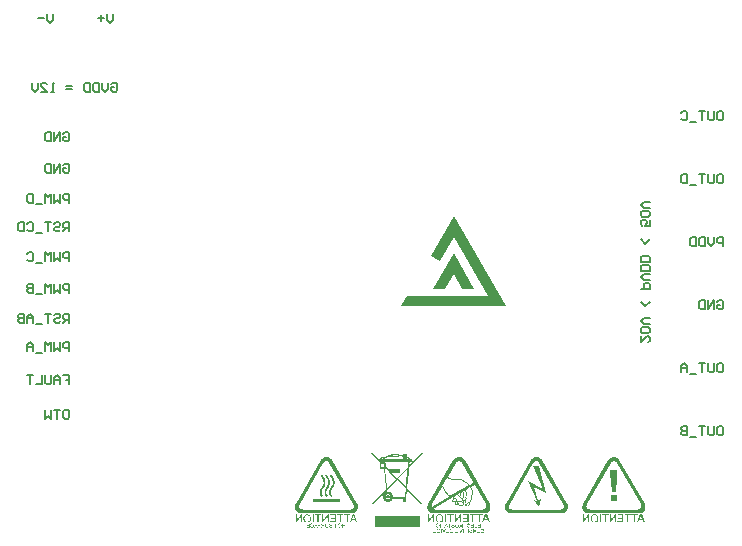
<source format=gbo>
G04*
G04 #@! TF.GenerationSoftware,Altium Limited,Altium Designer,20.2.7 (254)*
G04*
G04 Layer_Color=32896*
%FSLAX24Y24*%
%MOIN*%
G70*
G04*
G04 #@! TF.SameCoordinates,73111772-9855-4169-A750-BE6C64973626*
G04*
G04*
G04 #@! TF.FilePolarity,Positive*
G04*
G01*
G75*
%ADD15C,0.0050*%
G36*
X38145Y27572D02*
X37742D01*
X37455Y28067D01*
X37173Y27572D01*
X36765D01*
X37455Y28766D01*
X38145Y27572D01*
D02*
G37*
G36*
X39196Y26975D02*
X35710Y26975D01*
X35914Y27322D01*
X38599Y27322D01*
X37455Y29290D01*
X36988Y28479D01*
X36687Y28655D01*
X37455Y29993D01*
X39196Y26975D01*
D02*
G37*
G36*
X36439Y22108D02*
X35970Y21619D01*
X35956Y21486D01*
X35926Y21166D01*
X35903Y20936D01*
X36406Y20416D01*
X36373Y20383D01*
X35898Y20869D01*
X35870Y20572D01*
X35856D01*
Y20458D01*
X35751D01*
Y20572D01*
X35423D01*
X35412Y20550D01*
X35395Y20527D01*
X35373Y20502D01*
X35342Y20480D01*
X35306Y20469D01*
X35273Y20466D01*
X35240D01*
X35215Y20475D01*
X35184Y20486D01*
X35159Y20502D01*
X35140Y20522D01*
X35120Y20550D01*
X35106Y20580D01*
X35098Y20608D01*
X35095Y20633D01*
X35098Y20661D01*
X35104Y20683D01*
X35112Y20705D01*
X35123Y20727D01*
X35137Y20747D01*
X35156Y20766D01*
X35179Y20780D01*
X35198Y20789D01*
X35195Y20814D01*
X34779Y20383D01*
X34745Y20419D01*
X35190Y20880D01*
X35154Y21283D01*
X35129Y21574D01*
X34995D01*
Y21760D01*
X35031D01*
X34693Y22108D01*
X34729Y22141D01*
X35045Y21813D01*
Y21838D01*
X35040Y21844D01*
X35031Y21849D01*
X35023Y21858D01*
X35015Y21866D01*
X35009Y21880D01*
X35006Y21891D01*
X35004Y21905D01*
X35006Y21922D01*
X35012Y21933D01*
X35023Y21952D01*
X35037Y21963D01*
X35056Y21972D01*
X35076Y21974D01*
X35095Y21972D01*
X35112Y21966D01*
X35126Y21958D01*
X35131Y21949D01*
X35145Y21960D01*
X35165Y21974D01*
X35190Y21985D01*
X35226Y21999D01*
X35265Y22010D01*
X35304Y22019D01*
X35345Y22027D01*
X35379Y22030D01*
Y22071D01*
X35645D01*
Y22035D01*
X35667D01*
X35701Y22033D01*
X35737Y22027D01*
X35773Y22021D01*
Y22044D01*
X35887D01*
Y21991D01*
X35901Y21983D01*
X35920Y21974D01*
X35940Y21963D01*
X35956Y21952D01*
X35973Y21938D01*
X35984Y21927D01*
X35990Y21919D01*
X35995Y21908D01*
X35992Y21888D01*
X36059D01*
Y21802D01*
X35987D01*
X35976Y21694D01*
X36406Y22141D01*
X36439Y22108D01*
D02*
G37*
G36*
X42835Y21958D02*
X42854Y21955D01*
X42871Y21949D01*
X42882Y21944D01*
X42893Y21938D01*
X42899Y21935D01*
X42901Y21933D01*
X42913Y21927D01*
X42918Y21924D01*
X42943Y21902D01*
X42965Y21877D01*
X42976Y21860D01*
X42982Y21855D01*
Y21852D01*
X43818Y20403D01*
X43821D01*
Y20400D01*
Y20397D01*
X43826Y20386D01*
X43832Y20378D01*
X43835Y20372D01*
Y20369D01*
X43837Y20361D01*
X43840Y20350D01*
X43843Y20341D01*
Y20339D01*
X43846Y20308D01*
Y20280D01*
X43843Y20255D01*
X43837Y20233D01*
X43829Y20214D01*
X43823Y20200D01*
X43821Y20191D01*
X43818Y20189D01*
X43807Y20169D01*
X43804Y20164D01*
X43801Y20161D01*
X43787Y20147D01*
X43782Y20141D01*
X43779Y20139D01*
X43754Y20119D01*
X43729Y20105D01*
X43704Y20094D01*
X43679Y20089D01*
X43660Y20083D01*
X43643Y20080D01*
X41952D01*
X41938Y20083D01*
X41927D01*
X41924Y20086D01*
X41913D01*
X41902Y20089D01*
X41893Y20091D01*
X41891D01*
X41863Y20103D01*
X41838Y20116D01*
X41818Y20133D01*
X41802Y20150D01*
X41788Y20164D01*
X41780Y20178D01*
X41774Y20186D01*
X41771Y20189D01*
X41768D01*
X41763Y20203D01*
X41757Y20211D01*
X41755Y20216D01*
Y20219D01*
X41752Y20230D01*
X41749Y20241D01*
X41746Y20247D01*
Y20250D01*
X41743Y20280D01*
Y20308D01*
X41746Y20336D01*
X41752Y20358D01*
X41760Y20378D01*
X41766Y20394D01*
X41768Y20403D01*
X41771Y20405D01*
X42610Y21858D01*
X42621Y21874D01*
X42624Y21880D01*
X42627Y21883D01*
X42640Y21897D01*
X42646Y21902D01*
X42649Y21905D01*
X42674Y21924D01*
X42696Y21938D01*
X42721Y21949D01*
X42743Y21955D01*
X42763Y21960D01*
X42779Y21963D01*
X42815D01*
X42835Y21958D01*
D02*
G37*
G36*
X40252Y21958D02*
X40272Y21955D01*
X40288Y21949D01*
X40299Y21944D01*
X40311Y21938D01*
X40316Y21935D01*
X40319Y21933D01*
X40330Y21927D01*
X40336Y21924D01*
X40361Y21902D01*
X40383Y21877D01*
X40394Y21860D01*
X40399Y21855D01*
Y21852D01*
X41235Y20403D01*
X41238D01*
Y20400D01*
Y20397D01*
X41244Y20386D01*
X41249Y20378D01*
X41252Y20372D01*
Y20369D01*
X41255Y20361D01*
X41258Y20350D01*
X41260Y20341D01*
Y20339D01*
X41263Y20308D01*
Y20280D01*
X41260Y20255D01*
X41255Y20233D01*
X41246Y20214D01*
X41241Y20200D01*
X41238Y20191D01*
X41235Y20189D01*
X41224Y20169D01*
X41221Y20164D01*
X41219Y20161D01*
X41205Y20147D01*
X41199Y20141D01*
X41196Y20139D01*
X41171Y20119D01*
X41146Y20105D01*
X41121Y20094D01*
X41096Y20089D01*
X41077Y20083D01*
X41060Y20080D01*
X39369Y20080D01*
X39355Y20083D01*
X39344D01*
X39341Y20086D01*
X39330D01*
X39319Y20089D01*
X39311Y20091D01*
X39308D01*
X39280Y20103D01*
X39255Y20116D01*
X39236Y20133D01*
X39219Y20150D01*
X39205Y20164D01*
X39197Y20178D01*
X39191Y20186D01*
X39189Y20189D01*
X39186D01*
X39180Y20203D01*
X39175Y20211D01*
X39172Y20216D01*
Y20219D01*
X39169Y20230D01*
X39166Y20241D01*
X39164Y20247D01*
Y20250D01*
X39161Y20280D01*
Y20308D01*
X39164Y20336D01*
X39169Y20358D01*
X39178Y20378D01*
X39183Y20394D01*
X39186Y20403D01*
X39189Y20405D01*
X40027Y21858D01*
X40038Y21874D01*
X40041Y21880D01*
X40044Y21883D01*
X40058Y21897D01*
X40063Y21902D01*
X40066Y21905D01*
X40091Y21924D01*
X40113Y21938D01*
X40138Y21949D01*
X40161Y21955D01*
X40180Y21960D01*
X40197Y21963D01*
X40233D01*
X40252Y21958D01*
D02*
G37*
G36*
X37670D02*
X37689Y21955D01*
X37706Y21949D01*
X37717Y21944D01*
X37728Y21938D01*
X37733Y21935D01*
X37736Y21933D01*
X37747Y21927D01*
X37753Y21924D01*
X37778Y21902D01*
X37800Y21877D01*
X37811Y21860D01*
X37817Y21855D01*
Y21852D01*
X38653Y20403D01*
X38655D01*
Y20400D01*
Y20397D01*
X38661Y20386D01*
X38667Y20378D01*
X38669Y20372D01*
Y20369D01*
X38672Y20361D01*
X38675Y20350D01*
X38678Y20341D01*
Y20339D01*
X38680Y20308D01*
Y20280D01*
X38678Y20255D01*
X38672Y20233D01*
X38664Y20214D01*
X38658Y20200D01*
X38655Y20191D01*
X38653Y20189D01*
X38642Y20169D01*
X38639Y20164D01*
X38636Y20161D01*
X38622Y20147D01*
X38617Y20141D01*
X38614Y20139D01*
X38589Y20119D01*
X38564Y20105D01*
X38539Y20094D01*
X38514Y20089D01*
X38494Y20083D01*
X38478Y20080D01*
X36787D01*
X36773Y20083D01*
X36762D01*
X36759Y20086D01*
X36748D01*
X36737Y20089D01*
X36728Y20091D01*
X36725D01*
X36698Y20103D01*
X36673Y20116D01*
X36653Y20133D01*
X36637Y20150D01*
X36623Y20164D01*
X36614Y20178D01*
X36609Y20186D01*
X36606Y20189D01*
X36603D01*
X36598Y20203D01*
X36592Y20211D01*
X36589Y20216D01*
Y20219D01*
X36587Y20230D01*
X36584Y20241D01*
X36581Y20247D01*
Y20250D01*
X36578Y20280D01*
Y20308D01*
X36581Y20336D01*
X36587Y20358D01*
X36595Y20378D01*
X36600Y20394D01*
X36603Y20403D01*
X36606Y20405D01*
X37445Y21858D01*
X37456Y21874D01*
X37459Y21880D01*
X37461Y21883D01*
X37475Y21897D01*
X37481Y21902D01*
X37484Y21905D01*
X37509Y21924D01*
X37531Y21938D01*
X37556Y21949D01*
X37578Y21955D01*
X37597Y21960D01*
X37614Y21963D01*
X37650D01*
X37670Y21958D01*
D02*
G37*
G36*
X33254Y21958D02*
X33274Y21955D01*
X33290Y21949D01*
X33301Y21944D01*
X33313Y21938D01*
X33318Y21935D01*
X33321Y21933D01*
X33332Y21927D01*
X33338Y21924D01*
X33362Y21902D01*
X33385Y21877D01*
X33396Y21860D01*
X33401Y21855D01*
Y21852D01*
X34237Y20403D01*
X34240D01*
Y20400D01*
Y20397D01*
X34246Y20386D01*
X34251Y20378D01*
X34254Y20372D01*
Y20369D01*
X34257Y20361D01*
X34259Y20350D01*
X34262Y20341D01*
Y20339D01*
X34265Y20308D01*
Y20280D01*
X34262Y20255D01*
X34257Y20233D01*
X34248Y20214D01*
X34243Y20200D01*
X34240Y20191D01*
X34237Y20189D01*
X34226Y20169D01*
X34223Y20164D01*
X34221Y20161D01*
X34207Y20147D01*
X34201Y20141D01*
X34198Y20139D01*
X34173Y20119D01*
X34148Y20105D01*
X34123Y20094D01*
X34098Y20089D01*
X34079Y20083D01*
X34062Y20080D01*
X32371D01*
X32357Y20083D01*
X32346D01*
X32343Y20086D01*
X32332D01*
X32321Y20089D01*
X32313Y20091D01*
X32310D01*
X32282Y20103D01*
X32257Y20116D01*
X32238Y20133D01*
X32221Y20150D01*
X32207Y20164D01*
X32199Y20178D01*
X32193Y20186D01*
X32191Y20189D01*
X32188D01*
X32182Y20203D01*
X32177Y20211D01*
X32174Y20216D01*
Y20219D01*
X32171Y20230D01*
X32168Y20241D01*
X32166Y20247D01*
Y20250D01*
X32163Y20280D01*
Y20308D01*
X32166Y20336D01*
X32171Y20358D01*
X32179Y20378D01*
X32185Y20394D01*
X32188Y20403D01*
X32191Y20405D01*
X33029Y21858D01*
X33040Y21874D01*
X33043Y21880D01*
X33046Y21883D01*
X33060Y21897D01*
X33065Y21902D01*
X33068Y21905D01*
X33093Y21924D01*
X33115Y21938D01*
X33140Y21949D01*
X33163Y21955D01*
X33182Y21960D01*
X33199Y21963D01*
X33235D01*
X33254Y21958D01*
D02*
G37*
G36*
X42868Y19780D02*
X42835D01*
Y19992D01*
X42693Y19780D01*
X42657D01*
Y20047D01*
X42690D01*
Y19839D01*
X42832Y20047D01*
X42868D01*
Y19780D01*
D02*
G37*
G36*
X41980D02*
X41946D01*
Y19992D01*
X41807Y19780D01*
X41771D01*
Y20047D01*
X41805D01*
Y19839D01*
X41943Y20047D01*
X41980D01*
Y19780D01*
D02*
G37*
G36*
X37703Y19780D02*
X37670D01*
Y19992D01*
X37528Y19780D01*
X37492D01*
Y20047D01*
X37525D01*
Y19839D01*
X37667Y20047D01*
X37703D01*
Y19780D01*
D02*
G37*
G36*
X36814D02*
X36781D01*
Y19992D01*
X36642Y19780D01*
X36606D01*
Y20047D01*
X36639D01*
Y19839D01*
X36778Y20047D01*
X36814D01*
Y19780D01*
D02*
G37*
G36*
X33288Y19780D02*
X33254D01*
Y19992D01*
X33113Y19780D01*
X33076D01*
Y20047D01*
X33110D01*
Y19839D01*
X33251Y20047D01*
X33288D01*
Y19780D01*
D02*
G37*
G36*
X32399D02*
X32366D01*
Y19992D01*
X32227Y19780D01*
X32191D01*
Y20047D01*
X32224D01*
Y19839D01*
X32363Y20047D01*
X32399D01*
Y19780D01*
D02*
G37*
G36*
X43818Y19780D02*
X43782D01*
X43751Y19861D01*
X43640D01*
X43610Y19780D01*
X43571D01*
X43679Y20047D01*
X43718D01*
X43818Y19780D01*
D02*
G37*
G36*
X43590Y20017D02*
X43501D01*
Y19780D01*
X43465D01*
Y20017D01*
X43379D01*
Y20047D01*
X43590D01*
Y20017D01*
D02*
G37*
G36*
X43362D02*
X43274D01*
Y19780D01*
X43240D01*
Y20017D01*
X43151D01*
Y20047D01*
X43362D01*
Y20017D01*
D02*
G37*
G36*
X43115Y19780D02*
X42915D01*
Y19811D01*
X43079D01*
Y19903D01*
X42932D01*
Y19933D01*
X43079D01*
Y20017D01*
X42921D01*
Y20047D01*
X43115D01*
Y19780D01*
D02*
G37*
G36*
X42618Y20017D02*
X42532D01*
Y19780D01*
X42496D01*
Y20017D01*
X42407D01*
Y20047D01*
X42618D01*
Y20017D01*
D02*
G37*
G36*
X42366Y19780D02*
X42329D01*
Y20047D01*
X42366D01*
Y19780D01*
D02*
G37*
G36*
X38653Y19780D02*
X38617D01*
X38586Y19861D01*
X38475D01*
X38444Y19780D01*
X38406D01*
X38514Y20047D01*
X38553D01*
X38653Y19780D01*
D02*
G37*
G36*
X38425Y20017D02*
X38336D01*
Y19780D01*
X38300D01*
Y20017D01*
X38214D01*
Y20047D01*
X38425D01*
Y20017D01*
D02*
G37*
G36*
X38197D02*
X38108D01*
Y19780D01*
X38075D01*
Y20017D01*
X37986D01*
Y20047D01*
X38197D01*
Y20017D01*
D02*
G37*
G36*
X37950Y19780D02*
X37750D01*
Y19811D01*
X37914D01*
Y19903D01*
X37767D01*
Y19933D01*
X37914D01*
Y20017D01*
X37756D01*
Y20047D01*
X37950D01*
Y19780D01*
D02*
G37*
G36*
X37453Y20017D02*
X37367D01*
Y19780D01*
X37331D01*
Y20017D01*
X37242D01*
Y20047D01*
X37453D01*
Y20017D01*
D02*
G37*
G36*
X37200Y19780D02*
X37164D01*
Y20047D01*
X37200D01*
Y19780D01*
D02*
G37*
G36*
X34237Y19780D02*
X34201D01*
X34171Y19861D01*
X34060D01*
X34029Y19780D01*
X33990D01*
X34098Y20047D01*
X34137D01*
X34237Y19780D01*
D02*
G37*
G36*
X34010Y20017D02*
X33921D01*
Y19780D01*
X33885D01*
Y20017D01*
X33798D01*
Y20047D01*
X34010D01*
Y20017D01*
D02*
G37*
G36*
X33782D02*
X33693D01*
Y19780D01*
X33660D01*
Y20017D01*
X33571D01*
Y20047D01*
X33782D01*
Y20017D01*
D02*
G37*
G36*
X33535Y19780D02*
X33335D01*
Y19811D01*
X33499D01*
Y19903D01*
X33351D01*
Y19933D01*
X33499D01*
Y20017D01*
X33340D01*
Y20047D01*
X33535D01*
Y19780D01*
D02*
G37*
G36*
X33038Y20017D02*
X32952D01*
Y19780D01*
X32915D01*
Y20017D01*
X32827D01*
Y20047D01*
X33038D01*
Y20017D01*
D02*
G37*
G36*
X32785Y19780D02*
X32749D01*
Y20047D01*
X32785D01*
Y19780D01*
D02*
G37*
G36*
X42171Y20050D02*
X42191Y20047D01*
X42218Y20033D01*
X42229Y20025D01*
X42238Y20019D01*
X42241Y20017D01*
X42243Y20014D01*
X42254Y20000D01*
X42263Y19983D01*
X42274Y19950D01*
X42277Y19933D01*
X42279Y19922D01*
Y19914D01*
Y19911D01*
X42277Y19886D01*
X42271Y19864D01*
X42268Y19850D01*
X42266Y19847D01*
Y19844D01*
X42252Y19822D01*
X42235Y19808D01*
X42224Y19797D01*
X42218Y19794D01*
X42196Y19786D01*
X42174Y19780D01*
X42157Y19778D01*
X42152D01*
X42127Y19780D01*
X42107Y19786D01*
X42093Y19792D01*
X42088Y19794D01*
X42068Y19808D01*
X42052Y19822D01*
X42043Y19836D01*
X42041Y19842D01*
X42030Y19867D01*
X42027Y19889D01*
X42024Y19908D01*
Y19911D01*
Y19914D01*
X42027Y19942D01*
X42032Y19964D01*
X42038Y19980D01*
X42041Y19983D01*
Y19986D01*
X42055Y20005D01*
X42068Y20022D01*
X42080Y20030D01*
X42085Y20033D01*
X42107Y20044D01*
X42129Y20050D01*
X42146Y20053D01*
X42152D01*
X42171Y20050D01*
D02*
G37*
G36*
X37006Y20050D02*
X37025Y20047D01*
X37053Y20033D01*
X37064Y20025D01*
X37073Y20019D01*
X37075Y20017D01*
X37078Y20014D01*
X37089Y20000D01*
X37098Y19983D01*
X37109Y19950D01*
X37111Y19933D01*
X37114Y19922D01*
Y19914D01*
Y19911D01*
X37111Y19886D01*
X37106Y19864D01*
X37103Y19850D01*
X37100Y19847D01*
Y19844D01*
X37086Y19822D01*
X37070Y19808D01*
X37059Y19797D01*
X37053Y19794D01*
X37031Y19786D01*
X37009Y19780D01*
X36992Y19778D01*
X36986D01*
X36961Y19780D01*
X36942Y19786D01*
X36928Y19792D01*
X36923Y19794D01*
X36903Y19808D01*
X36887Y19822D01*
X36878Y19836D01*
X36875Y19842D01*
X36864Y19867D01*
X36862Y19889D01*
X36859Y19908D01*
Y19911D01*
Y19914D01*
X36862Y19942D01*
X36867Y19964D01*
X36873Y19980D01*
X36875Y19983D01*
Y19986D01*
X36889Y20005D01*
X36903Y20022D01*
X36914Y20030D01*
X36920Y20033D01*
X36942Y20044D01*
X36964Y20050D01*
X36981Y20053D01*
X36986D01*
X37006Y20050D01*
D02*
G37*
G36*
X32590Y20050D02*
X32610Y20047D01*
X32638Y20033D01*
X32649Y20025D01*
X32657Y20019D01*
X32660Y20017D01*
X32663Y20014D01*
X32674Y20000D01*
X32682Y19983D01*
X32693Y19950D01*
X32696Y19933D01*
X32699Y19922D01*
Y19914D01*
Y19911D01*
X32696Y19886D01*
X32690Y19864D01*
X32688Y19850D01*
X32685Y19847D01*
Y19844D01*
X32671Y19822D01*
X32654Y19808D01*
X32643Y19797D01*
X32638Y19794D01*
X32615Y19786D01*
X32593Y19780D01*
X32577Y19778D01*
X32571D01*
X32546Y19780D01*
X32527Y19786D01*
X32513Y19792D01*
X32507Y19794D01*
X32488Y19808D01*
X32471Y19822D01*
X32463Y19836D01*
X32460Y19842D01*
X32449Y19867D01*
X32446Y19889D01*
X32443Y19908D01*
Y19911D01*
Y19914D01*
X32446Y19942D01*
X32452Y19964D01*
X32457Y19980D01*
X32460Y19983D01*
Y19986D01*
X32474Y20005D01*
X32488Y20022D01*
X32499Y20030D01*
X32504Y20033D01*
X32527Y20044D01*
X32549Y20050D01*
X32566Y20053D01*
X32571D01*
X32590Y20050D01*
D02*
G37*
G36*
X33846Y19608D02*
X33829D01*
Y19669D01*
X33760D01*
Y19608D01*
X33740D01*
Y19739D01*
X33760D01*
Y19683D01*
X33829D01*
Y19739D01*
X33846D01*
Y19608D01*
D02*
G37*
G36*
X37972Y19739D02*
X37978Y19736D01*
X37981Y19733D01*
X37989Y19725D01*
X37997Y19717D01*
X38000Y19711D01*
X38003Y19708D01*
X38008Y19697D01*
X38011Y19686D01*
Y19675D01*
Y19672D01*
Y19658D01*
X38008Y19647D01*
X38006Y19639D01*
Y19636D01*
X37997Y19628D01*
X37992Y19622D01*
X37986Y19617D01*
X37983D01*
X37972Y19611D01*
X37961Y19608D01*
X37950Y19605D01*
X37947D01*
X37936Y19608D01*
X37925Y19614D01*
X37917Y19617D01*
X37914Y19619D01*
X37906Y19625D01*
X37900Y19636D01*
X37895Y19644D01*
Y19647D01*
X37911Y19653D01*
X37917Y19642D01*
X37920Y19633D01*
X37922Y19628D01*
X37925D01*
X37933Y19625D01*
X37942Y19622D01*
X37950D01*
X37964Y19625D01*
X37972D01*
X37981Y19631D01*
X37983Y19636D01*
X37989Y19642D01*
Y19644D01*
X37995Y19664D01*
Y19669D01*
Y19672D01*
X37992Y19689D01*
X37989Y19694D01*
Y19697D01*
X37981Y19714D01*
X37975Y19717D01*
Y19719D01*
X37956Y19725D01*
X37947D01*
X37933Y19722D01*
X37928Y19719D01*
X37920Y19714D01*
X37917Y19705D01*
X37914Y19700D01*
Y19697D01*
X37897Y19703D01*
X37903Y19714D01*
X37908Y19722D01*
X37911Y19728D01*
X37914Y19730D01*
X37925Y19736D01*
X37936Y19742D01*
X37961D01*
X37972Y19739D01*
D02*
G37*
G36*
X36945D02*
X36953Y19736D01*
X36956Y19733D01*
X36964Y19725D01*
X36973Y19717D01*
X36975Y19711D01*
X36978Y19708D01*
X36984Y19697D01*
X36986Y19686D01*
Y19675D01*
Y19672D01*
X36984Y19658D01*
X36981Y19647D01*
X36978Y19639D01*
Y19636D01*
X36973Y19628D01*
X36967Y19622D01*
X36961Y19617D01*
X36959D01*
X36948Y19611D01*
X36936Y19608D01*
X36925Y19605D01*
X36923D01*
X36909Y19608D01*
X36898Y19614D01*
X36892Y19617D01*
X36889Y19619D01*
X36878Y19625D01*
X36873Y19636D01*
X36867Y19644D01*
Y19647D01*
X36887Y19653D01*
X36889Y19642D01*
X36895Y19633D01*
X36898Y19631D01*
X36900Y19628D01*
X36909Y19625D01*
X36917Y19622D01*
X36925D01*
X36939Y19625D01*
X36948D01*
X36956Y19631D01*
X36959Y19636D01*
X36964Y19642D01*
Y19644D01*
X36967Y19664D01*
Y19669D01*
Y19672D01*
X36964Y19689D01*
Y19694D01*
Y19697D01*
X36956Y19714D01*
X36950Y19717D01*
Y19719D01*
X36931Y19725D01*
X36923D01*
X36906Y19722D01*
X36903Y19719D01*
X36900D01*
X36895Y19714D01*
X36889Y19705D01*
X36887Y19700D01*
Y19697D01*
X36870Y19703D01*
X36875Y19714D01*
X36881Y19722D01*
X36887Y19728D01*
X36889Y19730D01*
X36900Y19736D01*
X36911Y19742D01*
X36934D01*
X36945Y19739D01*
D02*
G37*
G36*
X36339Y20000D02*
Y19994D01*
Y19983D01*
Y19972D01*
Y19961D01*
Y19950D01*
Y19944D01*
Y19942D01*
Y19897D01*
Y19855D01*
Y19836D01*
Y19822D01*
Y19814D01*
Y19811D01*
Y19761D01*
Y19739D01*
Y19719D01*
Y19703D01*
Y19692D01*
Y19683D01*
Y19680D01*
Y19661D01*
Y19647D01*
Y19636D01*
Y19631D01*
Y19622D01*
X34820Y19622D01*
Y19625D01*
Y19631D01*
Y19653D01*
Y19672D01*
Y19678D01*
Y19680D01*
Y19725D01*
Y19767D01*
Y19786D01*
Y19800D01*
Y19808D01*
Y19811D01*
Y19861D01*
Y19883D01*
Y19903D01*
Y19919D01*
Y19930D01*
Y19939D01*
Y19942D01*
Y19961D01*
Y19978D01*
Y19989D01*
Y19994D01*
Y20000D01*
Y20003D01*
X36339Y20003D01*
Y20000D01*
D02*
G37*
G36*
X33282Y19661D02*
Y19647D01*
X33279Y19636D01*
X33276Y19631D01*
Y19628D01*
X33265Y19617D01*
X33263Y19614D01*
X33260D01*
X33251Y19608D01*
X33240Y19605D01*
X33229D01*
X33215Y19608D01*
X33207Y19611D01*
X33201Y19614D01*
X33199D01*
X33190Y19619D01*
X33185Y19625D01*
X33182Y19631D01*
X33179Y19639D01*
X33176Y19650D01*
Y19658D01*
Y19661D01*
Y19739D01*
X33193D01*
Y19661D01*
Y19644D01*
X33196Y19636D01*
X33199Y19631D01*
X33201Y19628D01*
X33210Y19625D01*
X33218Y19622D01*
X33249D01*
X33257Y19631D01*
X33260Y19636D01*
X33263Y19642D01*
Y19650D01*
Y19658D01*
Y19661D01*
Y19739D01*
X33282D01*
Y19661D01*
D02*
G37*
G36*
X32752Y19739D02*
X32757Y19736D01*
X32760Y19733D01*
X32771Y19725D01*
X32777Y19717D01*
X32782Y19711D01*
Y19708D01*
X32788Y19697D01*
X32790Y19686D01*
Y19675D01*
Y19672D01*
Y19658D01*
X32788Y19647D01*
X32785Y19639D01*
Y19636D01*
X32777Y19628D01*
X32771Y19622D01*
X32765Y19617D01*
X32763D01*
X32752Y19611D01*
X32740Y19608D01*
X32729Y19605D01*
X32727D01*
X32713Y19608D01*
X32702Y19614D01*
X32696Y19617D01*
X32693Y19619D01*
X32685Y19625D01*
X32679Y19636D01*
X32674Y19644D01*
Y19647D01*
X32690Y19653D01*
X32693Y19642D01*
X32699Y19633D01*
X32702Y19631D01*
X32704Y19628D01*
X32721Y19622D01*
X32729D01*
X32743Y19625D01*
X32752D01*
X32760Y19631D01*
X32763Y19636D01*
X32768Y19642D01*
Y19644D01*
X32774Y19664D01*
Y19669D01*
Y19672D01*
X32771Y19689D01*
X32768Y19694D01*
Y19697D01*
X32760Y19714D01*
X32754Y19717D01*
Y19719D01*
X32735Y19725D01*
X32727D01*
X32713Y19722D01*
X32707Y19719D01*
X32696Y19705D01*
X32693Y19700D01*
Y19697D01*
X32677Y19703D01*
X32682Y19714D01*
X32688Y19722D01*
X32690Y19728D01*
X32693Y19730D01*
X32704Y19736D01*
X32715Y19742D01*
X32740D01*
X32752Y19739D01*
D02*
G37*
G36*
X38358Y19608D02*
X38258D01*
Y19622D01*
X38339D01*
Y19667D01*
X38267D01*
Y19683D01*
X38339D01*
Y19722D01*
X38261D01*
Y19739D01*
X38358D01*
Y19608D01*
D02*
G37*
G36*
X38233D02*
X38150D01*
Y19622D01*
X38217D01*
Y19739D01*
X38233D01*
Y19608D01*
D02*
G37*
G36*
X38131D02*
X38031D01*
Y19622D01*
X38111D01*
Y19667D01*
X38039D01*
Y19683D01*
X38111D01*
Y19722D01*
X38033D01*
Y19739D01*
X38131D01*
Y19608D01*
D02*
G37*
G36*
X37881Y19722D02*
X37839D01*
Y19608D01*
X37820D01*
Y19722D01*
X37775D01*
Y19739D01*
X37881D01*
Y19722D01*
D02*
G37*
G36*
X37758Y19608D02*
X37739D01*
Y19664D01*
X37711D01*
X37706Y19661D01*
X37703D01*
X37697Y19655D01*
X37695Y19653D01*
X37689Y19647D01*
X37686Y19642D01*
X37681Y19636D01*
Y19633D01*
X37664Y19608D01*
X37642D01*
X37664Y19642D01*
X37675Y19655D01*
X37678Y19658D01*
X37686Y19664D01*
X37689Y19667D01*
X37675Y19669D01*
X37667Y19672D01*
X37664Y19678D01*
X37661D01*
X37656Y19686D01*
X37653Y19694D01*
Y19700D01*
Y19703D01*
X37656Y19717D01*
X37659Y19719D01*
Y19722D01*
X37661Y19728D01*
X37667Y19733D01*
X37670Y19736D01*
X37672D01*
X37689Y19739D01*
X37758D01*
Y19608D01*
D02*
G37*
G36*
X37367Y19722D02*
X37322D01*
Y19608D01*
X37306D01*
Y19722D01*
X37261D01*
Y19739D01*
X37367D01*
Y19722D01*
D02*
G37*
G36*
X37270Y19608D02*
X37253D01*
X37236Y19644D01*
X37181D01*
X37167Y19608D01*
X37145D01*
X37200Y19739D01*
X37220D01*
X37270Y19608D01*
D02*
G37*
G36*
X37156Y19722D02*
X37111D01*
Y19608D01*
X37095D01*
Y19722D01*
X37050D01*
Y19739D01*
X37156D01*
Y19722D01*
D02*
G37*
G36*
X37031Y19608D02*
X37011D01*
Y19739D01*
X37031D01*
Y19608D01*
D02*
G37*
G36*
X33576Y19722D02*
X33532D01*
Y19608D01*
X33515D01*
Y19722D01*
X33471D01*
Y19739D01*
X33576D01*
Y19722D01*
D02*
G37*
G36*
X33146Y19608D02*
X33129D01*
Y19664D01*
X33099D01*
X33093Y19661D01*
X33090D01*
X33085Y19655D01*
X33082Y19653D01*
X33079Y19647D01*
X33074Y19642D01*
X33071Y19636D01*
X33068Y19633D01*
X33051Y19608D01*
X33029D01*
X33051Y19642D01*
X33063Y19655D01*
X33068Y19658D01*
X33074Y19664D01*
X33076Y19667D01*
X33065Y19669D01*
X33057Y19672D01*
X33051Y19678D01*
X33049D01*
X33043Y19686D01*
X33040Y19694D01*
Y19700D01*
Y19703D01*
X33043Y19717D01*
X33046Y19719D01*
Y19722D01*
X33054Y19733D01*
X33057Y19736D01*
X33060D01*
X33076Y19739D01*
X33146D01*
Y19608D01*
D02*
G37*
G36*
X33013D02*
X32996D01*
Y19667D01*
X32932D01*
Y19680D01*
X32996D01*
Y19722D01*
X32924D01*
Y19739D01*
X33013D01*
Y19608D01*
D02*
G37*
G36*
X32924D02*
X32904D01*
X32890Y19644D01*
X32835D01*
X32821Y19608D01*
X32799D01*
X32854Y19739D01*
X32874D01*
X32924Y19608D01*
D02*
G37*
G36*
X32652D02*
X32552D01*
Y19622D01*
X32632D01*
Y19667D01*
X32560D01*
Y19683D01*
X32632D01*
Y19722D01*
X32554D01*
Y19739D01*
X32652D01*
Y19608D01*
D02*
G37*
G36*
X37586Y19739D02*
X37600Y19733D01*
X37609Y19725D01*
X37611Y19722D01*
X37620Y19705D01*
X37625Y19689D01*
X37628Y19675D01*
Y19672D01*
Y19669D01*
Y19655D01*
X37625Y19644D01*
X37622Y19639D01*
Y19636D01*
X37617Y19628D01*
X37609Y19622D01*
X37603Y19617D01*
X37600D01*
X37589Y19611D01*
X37578Y19608D01*
X37570Y19605D01*
X37567D01*
X37553Y19608D01*
X37542Y19611D01*
X37536Y19614D01*
X37534D01*
X37517Y19628D01*
X37514Y19633D01*
X37511Y19636D01*
X37506Y19647D01*
X37503Y19658D01*
Y19669D01*
Y19672D01*
Y19686D01*
X37506Y19697D01*
X37509Y19705D01*
X37511Y19708D01*
X37517Y19719D01*
X37525Y19725D01*
X37531Y19730D01*
X37534D01*
X37545Y19736D01*
X37556Y19742D01*
X37567D01*
X37586Y19739D01*
D02*
G37*
G36*
X37450D02*
X37456Y19736D01*
X37459D01*
X37470Y19728D01*
X37475Y19725D01*
Y19722D01*
X37481Y19708D01*
Y19705D01*
Y19703D01*
X37478Y19692D01*
X37475Y19689D01*
X37472Y19683D01*
X37467Y19678D01*
X37464Y19675D01*
X37461D01*
X37456Y19672D01*
X37447Y19669D01*
X37439Y19667D01*
X37436D01*
X37425Y19664D01*
X37417Y19661D01*
X37411D01*
X37403Y19655D01*
X37400Y19653D01*
X37397Y19644D01*
Y19642D01*
Y19633D01*
X37400Y19631D01*
X37409Y19625D01*
X37411Y19622D01*
X37450D01*
X37456Y19628D01*
X37461Y19631D01*
X37464Y19633D01*
X37470Y19644D01*
Y19650D01*
X37486Y19647D01*
X37484Y19639D01*
X37481Y19631D01*
X37478Y19628D01*
Y19625D01*
X37464Y19614D01*
X37461Y19611D01*
X37459D01*
X37450Y19608D01*
X37439Y19605D01*
X37428D01*
X37411Y19608D01*
X37406Y19611D01*
X37403D01*
X37392Y19619D01*
X37386Y19622D01*
X37381Y19636D01*
Y19642D01*
X37384Y19655D01*
X37386Y19661D01*
X37397Y19672D01*
X37400Y19675D01*
X37403D01*
X37411Y19678D01*
X37420Y19680D01*
X37428Y19683D01*
X37431D01*
X37445Y19686D01*
X37453Y19689D01*
X37459Y19692D01*
X37464Y19700D01*
Y19705D01*
X37461Y19711D01*
X37459Y19717D01*
X37456Y19719D01*
X37450Y19722D01*
X37442Y19725D01*
X37422D01*
X37417Y19722D01*
X37411Y19719D01*
X37406Y19714D01*
X37403Y19708D01*
X37400Y19703D01*
Y19700D01*
X37384D01*
X37386Y19717D01*
X37389Y19719D01*
Y19722D01*
X37403Y19733D01*
X37406Y19736D01*
X37409D01*
X37425Y19742D01*
X37434D01*
X37450Y19739D01*
D02*
G37*
G36*
X33674Y19739D02*
X33687Y19733D01*
X33696Y19725D01*
X33699Y19722D01*
X33710Y19705D01*
X33715Y19689D01*
X33718Y19675D01*
Y19672D01*
Y19669D01*
X33715Y19658D01*
X33712Y19647D01*
X33710Y19639D01*
Y19636D01*
X33701Y19628D01*
X33696Y19622D01*
X33690Y19617D01*
X33687D01*
X33676Y19611D01*
X33665Y19608D01*
X33657Y19605D01*
X33654D01*
X33643Y19608D01*
X33632Y19611D01*
X33624Y19614D01*
X33621D01*
X33604Y19628D01*
X33601Y19633D01*
X33599Y19636D01*
X33593Y19647D01*
X33590Y19658D01*
Y19669D01*
Y19672D01*
Y19686D01*
X33593Y19697D01*
X33596Y19705D01*
Y19708D01*
X33604Y19719D01*
X33612Y19725D01*
X33618Y19730D01*
X33621D01*
X33632Y19736D01*
X33643Y19742D01*
X33654D01*
X33674Y19739D01*
D02*
G37*
G36*
X33376D02*
X33382Y19736D01*
X33385D01*
X33396Y19728D01*
X33401Y19725D01*
Y19722D01*
X33407Y19708D01*
Y19705D01*
Y19703D01*
X33404Y19692D01*
X33401Y19689D01*
X33393Y19678D01*
X33387Y19675D01*
X33379Y19672D01*
X33371Y19669D01*
X33365Y19667D01*
X33362D01*
X33349Y19664D01*
X33340Y19661D01*
X33338D01*
X33329Y19655D01*
X33326Y19653D01*
X33321Y19644D01*
Y19642D01*
X33324Y19633D01*
X33326Y19631D01*
X33332Y19625D01*
X33335Y19622D01*
X33376D01*
X33385Y19631D01*
X33387Y19633D01*
X33393Y19644D01*
Y19650D01*
X33412Y19647D01*
X33407Y19631D01*
X33404Y19628D01*
Y19625D01*
X33390Y19614D01*
X33387Y19611D01*
X33385D01*
X33365Y19605D01*
X33354D01*
X33338Y19608D01*
X33332Y19611D01*
X33329D01*
X33315Y19619D01*
X33313Y19622D01*
X33307Y19628D01*
X33304Y19636D01*
Y19639D01*
Y19642D01*
X33307Y19655D01*
X33310Y19661D01*
X33315Y19667D01*
X33321Y19672D01*
X33326Y19675D01*
X33329D01*
X33335Y19678D01*
X33346Y19680D01*
X33354Y19683D01*
X33357D01*
X33371Y19686D01*
X33379Y19689D01*
X33385Y19692D01*
X33387Y19700D01*
Y19705D01*
X33385Y19717D01*
X33382Y19719D01*
X33374Y19722D01*
X33365Y19725D01*
X33357D01*
X33340Y19722D01*
X33338Y19719D01*
X33335D01*
X33329Y19714D01*
X33326Y19708D01*
Y19703D01*
Y19700D01*
X33310D01*
X33313Y19717D01*
X33315Y19719D01*
Y19722D01*
X33326Y19733D01*
X33329Y19736D01*
X33332D01*
X33349Y19742D01*
X33360D01*
X33376Y19739D01*
D02*
G37*
G36*
X38211Y19428D02*
X38194D01*
Y19533D01*
X38125Y19428D01*
X38106D01*
Y19561D01*
X38122D01*
Y19456D01*
X38194Y19561D01*
X38211D01*
Y19428D01*
D02*
G37*
G36*
X37697D02*
X37681D01*
X37628Y19561D01*
X37647D01*
X37681Y19464D01*
X37686Y19450D01*
X37689Y19444D01*
Y19442D01*
X37692Y19453D01*
X37695Y19461D01*
X37697Y19464D01*
X37731Y19561D01*
X37750D01*
X37697Y19428D01*
D02*
G37*
G36*
X37139D02*
X37123D01*
X37070Y19561D01*
X37089D01*
X37125Y19464D01*
X37131Y19450D01*
Y19444D01*
Y19442D01*
X37136Y19456D01*
X37139Y19461D01*
Y19464D01*
X37173Y19561D01*
X37192D01*
X37139Y19428D01*
D02*
G37*
G36*
X36970Y19561D02*
X36975Y19558D01*
X36978Y19556D01*
X36986Y19547D01*
X36995Y19539D01*
X36998Y19533D01*
X37000Y19531D01*
X37006Y19519D01*
X37009Y19508D01*
Y19497D01*
Y19494D01*
X37006Y19481D01*
X37003Y19469D01*
X37000Y19464D01*
Y19461D01*
X36995Y19450D01*
X36989Y19442D01*
X36984Y19436D01*
X36981Y19433D01*
X36970Y19428D01*
X36959Y19425D01*
X36945D01*
X36931Y19428D01*
X36920Y19431D01*
X36914Y19433D01*
X36911Y19436D01*
X36903Y19447D01*
X36898Y19458D01*
X36892Y19467D01*
Y19469D01*
X36909Y19475D01*
X36911Y19464D01*
X36917Y19456D01*
X36920Y19453D01*
X36923Y19450D01*
X36931Y19444D01*
X36939Y19442D01*
X36948D01*
X36961Y19444D01*
X36967Y19447D01*
X36970D01*
X36975Y19453D01*
X36981Y19458D01*
X36984Y19464D01*
Y19467D01*
X36989Y19486D01*
Y19492D01*
Y19494D01*
X36986Y19514D01*
Y19519D01*
Y19522D01*
X36984Y19531D01*
X36978Y19536D01*
X36973Y19542D01*
X36970D01*
X36961Y19547D01*
X36953Y19550D01*
X36936D01*
X36928Y19547D01*
X36925Y19544D01*
X36923Y19542D01*
X36917Y19536D01*
X36911Y19528D01*
X36909Y19522D01*
Y19519D01*
X36892Y19525D01*
X36898Y19539D01*
X36903Y19547D01*
X36909Y19550D01*
X36911Y19553D01*
X36923Y19558D01*
X36934Y19564D01*
X36959D01*
X36970Y19561D01*
D02*
G37*
G36*
X38333Y19428D02*
X38236D01*
Y19444D01*
X38317D01*
Y19489D01*
X38244D01*
Y19506D01*
X38317D01*
Y19544D01*
X38239D01*
Y19561D01*
X38333D01*
Y19428D01*
D02*
G37*
G36*
X37950D02*
X37933D01*
Y19561D01*
X37950D01*
Y19428D01*
D02*
G37*
G36*
X37911Y19544D02*
X37867D01*
Y19428D01*
X37850D01*
Y19544D01*
X37806D01*
Y19561D01*
X37911D01*
Y19544D01*
D02*
G37*
G36*
X37786Y19428D02*
X37767D01*
Y19561D01*
X37786D01*
Y19428D01*
D02*
G37*
G36*
X37611D02*
X37514D01*
Y19444D01*
X37595D01*
Y19489D01*
X37522D01*
Y19506D01*
X37595D01*
Y19544D01*
X37517D01*
Y19561D01*
X37611D01*
Y19428D01*
D02*
G37*
G36*
X37436D02*
X37389D01*
X37372Y19431D01*
X37367D01*
X37356Y19433D01*
X37350Y19436D01*
X37345Y19444D01*
X37339Y19450D01*
X37334Y19464D01*
X37331Y19467D01*
Y19469D01*
X37328Y19478D01*
Y19486D01*
Y19492D01*
Y19494D01*
Y19508D01*
Y19519D01*
X37331Y19525D01*
Y19528D01*
X37342Y19544D01*
X37345Y19547D01*
X37347Y19550D01*
X37361Y19556D01*
X37364Y19558D01*
X37367D01*
X37384Y19561D01*
X37436D01*
Y19428D01*
D02*
G37*
G36*
X37303D02*
X37203D01*
Y19444D01*
X37284D01*
Y19489D01*
X37211D01*
Y19506D01*
X37284D01*
Y19544D01*
X37206D01*
Y19561D01*
X37303D01*
Y19428D01*
D02*
G37*
G36*
X37050D02*
X37034D01*
Y19561D01*
X37050D01*
Y19428D01*
D02*
G37*
G36*
X36867D02*
X36770D01*
Y19444D01*
X36850D01*
Y19489D01*
X36778D01*
Y19506D01*
X36850D01*
Y19544D01*
X36773D01*
Y19561D01*
X36867D01*
Y19428D01*
D02*
G37*
G36*
X38428Y19561D02*
X38433Y19558D01*
X38436D01*
X38444Y19556D01*
X38450Y19550D01*
X38453Y19547D01*
X38456Y19544D01*
X38461Y19533D01*
Y19531D01*
Y19528D01*
X38458Y19517D01*
X38456Y19511D01*
X38447Y19500D01*
X38442Y19497D01*
X38433Y19494D01*
X38425Y19492D01*
X38419Y19489D01*
X38417D01*
X38400Y19486D01*
X38394Y19483D01*
X38392D01*
X38383Y19478D01*
X38381Y19475D01*
X38375Y19467D01*
Y19464D01*
X38378Y19456D01*
X38381Y19453D01*
X38386Y19447D01*
X38389Y19444D01*
X38392D01*
X38403Y19442D01*
X38408D01*
X38422Y19444D01*
X38431D01*
X38439Y19453D01*
X38442Y19456D01*
X38447Y19467D01*
Y19469D01*
Y19472D01*
X38464D01*
X38461Y19456D01*
X38458Y19450D01*
Y19447D01*
X38444Y19436D01*
X38442Y19431D01*
X38439D01*
X38419Y19425D01*
X38408D01*
X38392Y19428D01*
X38386Y19431D01*
X38383D01*
X38369Y19439D01*
X38364Y19444D01*
X38358Y19461D01*
Y19464D01*
Y19467D01*
X38361Y19481D01*
X38364Y19483D01*
X38369Y19492D01*
X38378Y19494D01*
X38381Y19497D01*
X38383D01*
X38400Y19503D01*
X38408Y19506D01*
X38411D01*
X38425Y19511D01*
X38433Y19514D01*
X38439Y19517D01*
X38444Y19525D01*
Y19528D01*
X38442Y19533D01*
X38439Y19539D01*
X38436Y19542D01*
X38431Y19544D01*
X38422Y19547D01*
X38403D01*
X38394Y19544D01*
X38392Y19542D01*
X38389D01*
X38383Y19536D01*
X38381Y19531D01*
Y19525D01*
Y19522D01*
X38364D01*
X38367Y19539D01*
X38369Y19542D01*
Y19544D01*
X38381Y19556D01*
X38383Y19558D01*
X38386D01*
X38406Y19564D01*
X38414D01*
X38428Y19561D01*
D02*
G37*
G36*
X38047D02*
X38053Y19558D01*
X38056D01*
X38064Y19556D01*
X38067Y19550D01*
X38072Y19547D01*
Y19544D01*
X38078Y19533D01*
Y19531D01*
Y19528D01*
X38075Y19517D01*
X38072Y19511D01*
X38070Y19506D01*
X38064Y19500D01*
X38061Y19497D01*
X38058D01*
X38053Y19494D01*
X38045Y19492D01*
X38036Y19489D01*
X38033D01*
X38017Y19486D01*
X38014Y19483D01*
X38011D01*
X38000Y19478D01*
X37997Y19475D01*
X37995Y19469D01*
Y19467D01*
Y19464D01*
Y19456D01*
X37997Y19453D01*
X38006Y19447D01*
X38008Y19444D01*
X38022Y19442D01*
X38028D01*
X38042Y19444D01*
X38047D01*
X38053Y19450D01*
X38058Y19453D01*
X38061Y19456D01*
X38067Y19467D01*
Y19472D01*
X38083D01*
X38081Y19464D01*
X38078Y19456D01*
X38075Y19450D01*
Y19447D01*
X38070Y19439D01*
X38064Y19436D01*
X38058Y19431D01*
X38056D01*
X38047Y19428D01*
X38036Y19425D01*
X38025D01*
X38008Y19428D01*
X38003Y19431D01*
X38000D01*
X37986Y19439D01*
X37983Y19444D01*
X37978Y19461D01*
Y19464D01*
Y19467D01*
X37981Y19481D01*
X37983Y19483D01*
X37989Y19492D01*
X37995Y19494D01*
X37997Y19497D01*
X38000D01*
X38020Y19503D01*
X38025Y19506D01*
X38028D01*
X38042Y19511D01*
X38050Y19514D01*
X38056Y19517D01*
X38061Y19522D01*
Y19528D01*
X38058Y19533D01*
X38056Y19539D01*
X38053Y19542D01*
X38047Y19544D01*
X38039Y19547D01*
X38031D01*
X38014Y19544D01*
X38011Y19542D01*
X38008D01*
X38003Y19536D01*
X38000Y19531D01*
X37997Y19525D01*
Y19522D01*
X37981D01*
X37983Y19539D01*
X37986Y19542D01*
Y19544D01*
X38000Y19556D01*
X38003Y19558D01*
X38006D01*
X38022Y19564D01*
X38031D01*
X38047Y19561D01*
D02*
G37*
%LPC*%
G36*
X35595Y22024D02*
X35426D01*
Y21997D01*
X35595D01*
Y22024D01*
D02*
G37*
G36*
X35645Y21985D02*
Y21949D01*
X35379D01*
Y21980D01*
X35323Y21972D01*
X35273Y21960D01*
X35231Y21949D01*
X35198Y21933D01*
X35173Y21919D01*
X35154Y21899D01*
Y21888D01*
X35773Y21888D01*
Y21969D01*
X35734Y21977D01*
X35692Y21983D01*
X35645Y21985D01*
D02*
G37*
G36*
X35840Y21997D02*
X35820D01*
Y21933D01*
X35840D01*
Y21997D01*
D02*
G37*
G36*
X35887Y21935D02*
Y21888D01*
X35945D01*
Y21897D01*
X35931Y21910D01*
X35915Y21922D01*
X35887Y21935D01*
D02*
G37*
G36*
X35081Y21927D02*
X35079D01*
X35065Y21924D01*
X35056Y21916D01*
X35054Y21905D01*
Y21902D01*
X35056Y21888D01*
X35065Y21883D01*
X35076Y21880D01*
X35079D01*
X35093Y21883D01*
X35098Y21891D01*
X35101Y21899D01*
Y21902D01*
X35098Y21916D01*
X35090Y21924D01*
X35081Y21927D01*
D02*
G37*
G36*
X35137Y21713D02*
X35045D01*
Y21622D01*
X35137D01*
Y21713D01*
D02*
G37*
G36*
X35604Y21505D02*
X35354D01*
Y21488D01*
X35604D01*
Y21505D01*
D02*
G37*
G36*
X35937Y21802D02*
X35159Y21802D01*
X35165Y21760D01*
X35184D01*
Y21672D01*
X35301Y21552D01*
X35651D01*
Y21441D01*
X35409D01*
X35570Y21274D01*
X35923Y21641D01*
X35937Y21802D01*
D02*
G37*
G36*
X35915Y21563D02*
X35604Y21241D01*
X35859Y20977D01*
X35915Y21563D01*
D02*
G37*
G36*
X35184Y21602D02*
Y21574D01*
X35179D01*
X35234Y20927D01*
X35537Y21241D01*
X35342Y21441D01*
X35301D01*
Y21483D01*
X35184Y21602D01*
D02*
G37*
G36*
X35570Y21205D02*
X35240Y20863D01*
X35245Y20802D01*
X35268Y20805D01*
X35293Y20802D01*
X35323Y20794D01*
X35354Y20780D01*
X35376Y20764D01*
X35395Y20744D01*
X35415Y20716D01*
X35429Y20683D01*
X35437Y20647D01*
X35434Y20622D01*
X35826D01*
X35853Y20913D01*
X35570Y21205D01*
D02*
G37*
G36*
X35281Y20719D02*
X35268Y20719D01*
X35240Y20716D01*
X35220Y20705D01*
X35204Y20694D01*
X35195Y20677D01*
X35190Y20664D01*
X35184Y20650D01*
Y20639D01*
Y20636D01*
X35187Y20608D01*
X35198Y20589D01*
X35209Y20572D01*
X35226Y20564D01*
X35240Y20558D01*
X35254Y20555D01*
X35265Y20552D01*
X35268D01*
X35295Y20555D01*
X35315Y20566D01*
X35331Y20580D01*
X35340Y20594D01*
X35345Y20611D01*
X35348Y20622D01*
X35351Y20633D01*
Y20636D01*
X35348Y20664D01*
X35337Y20683D01*
X35323Y20700D01*
X35309Y20708D01*
X35293Y20714D01*
X35281Y20719D01*
D02*
G37*
G36*
X35809Y20572D02*
X35798D01*
Y20505D01*
X35809D01*
Y20572D01*
D02*
G37*
%LPD*%
G36*
X35287Y20689D02*
X35301Y20683D01*
X35309Y20675D01*
X35315Y20664D01*
X35323Y20644D01*
Y20639D01*
Y20636D01*
X35320Y20616D01*
X35315Y20602D01*
X35306Y20594D01*
X35295Y20589D01*
X35276Y20580D01*
X35268D01*
X35248Y20583D01*
X35234Y20589D01*
X35226Y20597D01*
X35218Y20608D01*
X35212Y20627D01*
Y20633D01*
Y20636D01*
X35215Y20655D01*
X35220Y20669D01*
X35229Y20677D01*
X35240Y20686D01*
X35259Y20691D01*
X35268D01*
X35287Y20689D01*
D02*
G37*
%LPC*%
G36*
X35270Y20644D02*
X35262D01*
X35259Y20641D01*
Y20639D01*
Y20636D01*
Y20630D01*
X35262Y20627D01*
X35268D01*
X35273Y20630D01*
X35276Y20633D01*
Y20636D01*
X35273Y20641D01*
X35270Y20644D01*
D02*
G37*
G36*
X42799Y21822D02*
X42793D01*
Y21819D01*
X42777D01*
X42763Y21813D01*
X42738Y21805D01*
X42721Y21794D01*
X42718Y21791D01*
X42715Y21788D01*
X42710Y21783D01*
X42704Y21780D01*
Y21777D01*
X42699Y21766D01*
X42696Y21763D01*
X42693D01*
X41899Y20386D01*
Y20383D01*
X41891Y20366D01*
X41885Y20353D01*
X41882Y20341D01*
Y20336D01*
Y20328D01*
Y20325D01*
X41885Y20303D01*
X41888Y20283D01*
X41893Y20272D01*
X41896Y20266D01*
X41918Y20241D01*
X41938Y20225D01*
X41955Y20216D01*
X41960Y20214D01*
X41971D01*
X41977Y20211D01*
X41996D01*
Y20208D01*
X43590D01*
X43607Y20211D01*
X43624Y20214D01*
X43649Y20225D01*
X43665Y20233D01*
X43668Y20239D01*
X43671D01*
X43679Y20250D01*
X43682Y20253D01*
X43687Y20261D01*
X43690Y20266D01*
X43693D01*
X43704Y20294D01*
X43707Y20319D01*
Y20330D01*
X43704Y20339D01*
Y20344D01*
Y20347D01*
X43701Y20361D01*
X43698Y20364D01*
X43696Y20375D01*
X43693Y20378D01*
Y20380D01*
Y20383D01*
X42896Y21760D01*
X42885Y21777D01*
X42874Y21788D01*
X42865Y21797D01*
X42863Y21799D01*
X42860D01*
X42857Y21802D01*
X42854Y21805D01*
X42832Y21816D01*
X42813Y21819D01*
X42799Y21822D01*
D02*
G37*
%LPD*%
G36*
X42907Y21488D02*
Y21463D01*
Y21444D01*
Y21424D01*
Y21411D01*
Y21402D01*
Y21399D01*
X42904Y21349D01*
Y21324D01*
Y21305D01*
Y21286D01*
Y21272D01*
Y21263D01*
Y21261D01*
X42901Y21238D01*
Y21225D01*
Y21216D01*
Y21213D01*
X42899Y21200D01*
Y21183D01*
X42896Y21169D01*
Y21166D01*
Y21163D01*
Y21161D01*
X42893Y21155D01*
Y21144D01*
X42890Y21133D01*
X42888Y21102D01*
X42885Y21069D01*
X42879Y21036D01*
X42877Y21005D01*
Y20994D01*
X42874Y20986D01*
Y20980D01*
Y20977D01*
X42871Y20947D01*
X42865Y20916D01*
X42863Y20894D01*
X42860Y20872D01*
X42857Y20852D01*
Y20838D01*
X42852Y20814D01*
Y20800D01*
X42849Y20791D01*
Y20786D01*
X42746D01*
X42743Y20791D01*
X42740Y20797D01*
X42735Y20819D01*
X42732Y20838D01*
Y20844D01*
Y20847D01*
X42729Y20866D01*
Y20880D01*
X42727Y20891D01*
Y20902D01*
Y20911D01*
Y20913D01*
X42721Y20955D01*
X42715Y20994D01*
X42713Y21030D01*
X42707Y21061D01*
X42704Y21086D01*
X42702Y21111D01*
X42699Y21130D01*
X42696Y21150D01*
Y21163D01*
X42693Y21175D01*
X42690Y21194D01*
Y21202D01*
Y21205D01*
X42688Y21225D01*
Y21238D01*
X42685Y21249D01*
Y21258D01*
X42682Y21263D01*
Y21266D01*
Y21316D01*
Y21338D01*
Y21358D01*
Y21374D01*
Y21388D01*
Y21397D01*
Y21399D01*
Y21449D01*
Y21474D01*
Y21494D01*
Y21513D01*
Y21527D01*
Y21536D01*
Y21538D01*
X42907D01*
Y21488D01*
D02*
G37*
G36*
Y20658D02*
Y20625D01*
Y20611D01*
Y20600D01*
Y20594D01*
Y20591D01*
Y20555D01*
Y20522D01*
Y20511D01*
Y20500D01*
Y20494D01*
Y20491D01*
X42696D01*
Y20527D01*
Y20561D01*
Y20572D01*
Y20583D01*
Y20589D01*
Y20591D01*
Y20630D01*
Y20664D01*
Y20677D01*
Y20689D01*
Y20694D01*
Y20697D01*
X42907D01*
Y20658D01*
D02*
G37*
%LPC*%
G36*
X40216Y21822D02*
X40211D01*
Y21819D01*
X40194D01*
X40180Y21813D01*
X40155Y21805D01*
X40138Y21794D01*
X40136Y21791D01*
X40133Y21788D01*
X40124Y21780D01*
X40122Y21777D01*
X40116Y21769D01*
X40113Y21766D01*
Y21763D01*
X39316Y20386D01*
Y20383D01*
X39308Y20366D01*
X39302Y20353D01*
X39300Y20341D01*
Y20336D01*
Y20328D01*
Y20325D01*
X39302Y20303D01*
X39305Y20283D01*
X39311Y20272D01*
X39314Y20266D01*
X39336Y20241D01*
X39355Y20225D01*
X39372Y20216D01*
X39377Y20214D01*
X39380D01*
X39377Y20216D01*
X39383Y20214D01*
X39391Y20211D01*
X39414D01*
Y20208D01*
X41008Y20208D01*
X41024Y20211D01*
X41041Y20214D01*
X41066Y20225D01*
X41083Y20233D01*
X41085Y20239D01*
X41088D01*
X41096Y20250D01*
X41099Y20253D01*
X41108Y20261D01*
X41110Y20266D01*
X41116Y20280D01*
X41121Y20294D01*
X41124Y20322D01*
Y20333D01*
X41121Y20339D01*
Y20344D01*
Y20347D01*
X41119Y20358D01*
X41116Y20361D01*
Y20364D01*
X41113Y20375D01*
X41110Y20378D01*
Y20380D01*
Y20383D01*
X40313Y21760D01*
X40302Y21777D01*
X40291Y21788D01*
X40283Y21797D01*
X40280Y21799D01*
X40274D01*
X40272Y21802D01*
Y21805D01*
X40249Y21816D01*
X40230Y21819D01*
X40216Y21822D01*
D02*
G37*
%LPD*%
G36*
X40288Y21658D02*
X40547Y20766D01*
X40144Y20963D01*
X40269Y20489D01*
X40355Y20555D01*
X40313Y20289D01*
X40122Y20511D01*
X40238Y20483D01*
X39919Y21144D01*
X40441Y20875D01*
X40100Y21663D01*
X40288Y21658D01*
D02*
G37*
%LPC*%
G36*
X37634Y21822D02*
X37628D01*
Y21819D01*
X37611D01*
X37597Y21813D01*
X37572Y21805D01*
X37556Y21794D01*
X37553Y21791D01*
X37550Y21788D01*
X37545Y21783D01*
X37539Y21780D01*
Y21777D01*
X37534Y21766D01*
X37531Y21763D01*
X37528D01*
X37256Y21291D01*
X37350Y21252D01*
X37381Y21244D01*
X37406Y21238D01*
X37417Y21236D01*
X37467D01*
X37492Y21238D01*
X37542D01*
X37556Y21241D01*
X37589D01*
X37617Y21238D01*
X37642Y21236D01*
X37661Y21233D01*
X37678Y21230D01*
X37692Y21225D01*
X37700Y21222D01*
X37703D01*
X37725Y21213D01*
X37747Y21202D01*
X37789Y21177D01*
X37808Y21166D01*
X37822Y21158D01*
X37831Y21152D01*
X37833Y21150D01*
X37842Y21144D01*
X37856Y21136D01*
X37867Y21127D01*
X37870Y21125D01*
X37872D01*
X37881Y21119D01*
X37883Y21116D01*
X37886D01*
X37895Y21111D01*
X37897Y21108D01*
X37917Y21097D01*
X37931Y21086D01*
X37942Y21080D01*
X37945Y21077D01*
X37961Y21063D01*
X37975Y21052D01*
X37981Y21044D01*
X37983Y21041D01*
X38106Y21111D01*
X37731Y21760D01*
X37720Y21777D01*
X37708Y21788D01*
X37700Y21797D01*
X37697Y21799D01*
X37695D01*
X37692Y21802D01*
X37689Y21805D01*
X37667Y21816D01*
X37647Y21819D01*
X37634Y21822D01*
D02*
G37*
G36*
X37242Y21263D02*
X37081Y20986D01*
X37095Y20975D01*
X37100Y20972D01*
X37103Y20969D01*
X37117Y20952D01*
X37128Y20938D01*
X37136Y20927D01*
X37139Y20922D01*
X37148Y20902D01*
X37153Y20886D01*
X37159Y20869D01*
X37161Y20866D01*
Y20863D01*
X37173Y20838D01*
X37181Y20822D01*
X37184Y20814D01*
X37186Y20811D01*
X37198Y20797D01*
X37200Y20794D01*
X37203Y20791D01*
X37217Y20775D01*
X37220Y20772D01*
X37223Y20769D01*
X37250Y20744D01*
X37275Y20722D01*
X37297Y20705D01*
X37317Y20694D01*
X37334Y20686D01*
X37345Y20680D01*
X37353Y20677D01*
X37356D01*
X37956Y21025D01*
X37945Y21036D01*
X37936Y21044D01*
X37928Y21050D01*
X37925Y21052D01*
X37908Y21063D01*
X37895Y21075D01*
X37883Y21080D01*
X37881Y21083D01*
X37870Y21091D01*
X37861Y21094D01*
X37856Y21097D01*
X37836Y21111D01*
X37825Y21119D01*
X37817Y21122D01*
X37814Y21125D01*
X37789Y21141D01*
X37767Y21158D01*
X37745Y21169D01*
X37728Y21177D01*
X37711Y21186D01*
X37700Y21191D01*
X37695Y21194D01*
X37692D01*
X37650Y21202D01*
X37609Y21208D01*
X37522D01*
X37486Y21205D01*
X37459Y21202D01*
X37428D01*
X37395Y21208D01*
X37367Y21213D01*
X37356Y21219D01*
X37347Y21222D01*
X37342Y21225D01*
X37339D01*
X37242Y21263D01*
D02*
G37*
G36*
X37672Y20752D02*
X37597Y20711D01*
X37614Y20697D01*
X37631Y20683D01*
X37645Y20675D01*
X37647Y20669D01*
X37650D01*
X37656Y20677D01*
X37661Y20689D01*
X37664Y20697D01*
X37667Y20700D01*
X37670Y20705D01*
Y20708D01*
X37675Y20725D01*
Y20730D01*
Y20733D01*
Y20739D01*
X37672Y20744D01*
Y20750D01*
Y20752D01*
D02*
G37*
G36*
X37753Y20800D02*
X37700Y20769D01*
X37703Y20755D01*
X37706Y20741D01*
Y20733D01*
Y20730D01*
X37703Y20716D01*
X37700Y20705D01*
X37697Y20697D01*
Y20694D01*
X37695Y20689D01*
X37686Y20672D01*
X37678Y20658D01*
X37675Y20652D01*
X37672Y20650D01*
X37692Y20633D01*
X37708Y20616D01*
X37720Y20605D01*
X37725Y20600D01*
X37728Y20597D01*
X37731Y20594D01*
X37733Y20591D01*
Y20589D01*
X37745Y20605D01*
X37750Y20619D01*
X37756Y20627D01*
Y20630D01*
X37758Y20636D01*
X37761Y20641D01*
X37764Y20650D01*
Y20652D01*
X37767Y20666D01*
X37770Y20680D01*
Y20691D01*
Y20697D01*
Y20700D01*
Y20705D01*
Y20722D01*
Y20739D01*
Y20744D01*
Y20747D01*
Y20758D01*
X37767Y20769D01*
Y20775D01*
Y20777D01*
X37758Y20794D01*
X37753Y20797D01*
Y20800D01*
D02*
G37*
G36*
X37828Y20841D02*
X37781Y20816D01*
X37792Y20797D01*
X37797Y20789D01*
Y20786D01*
X37800Y20772D01*
Y20761D01*
Y20750D01*
Y20747D01*
Y20727D01*
Y20722D01*
Y20719D01*
Y20705D01*
Y20700D01*
Y20697D01*
Y20675D01*
X37797Y20658D01*
X37795Y20650D01*
Y20647D01*
Y20644D01*
X37792Y20636D01*
Y20633D01*
Y20630D01*
X37789D01*
X37786Y20625D01*
X37783Y20619D01*
Y20616D01*
X37775Y20597D01*
X37764Y20580D01*
X37758Y20569D01*
X37756Y20564D01*
X37770Y20541D01*
X37778Y20525D01*
X37783Y20514D01*
X37786Y20508D01*
X37797Y20514D01*
X37800Y20519D01*
X37803D01*
X37814Y20525D01*
X37820Y20530D01*
X37822Y20533D01*
X37828Y20539D01*
X37831Y20541D01*
X37833D01*
X37839Y20547D01*
X37845Y20550D01*
X37847Y20552D01*
X37850D01*
X37853Y20555D01*
Y20561D01*
Y20583D01*
X37850Y20602D01*
X37847Y20614D01*
Y20619D01*
Y20627D01*
Y20636D01*
X37853Y20661D01*
X37856Y20672D01*
X37858Y20680D01*
X37861Y20686D01*
Y20689D01*
X37867Y20705D01*
X37870Y20719D01*
X37872Y20736D01*
Y20747D01*
Y20750D01*
X37870Y20761D01*
X37861Y20775D01*
X37856Y20786D01*
X37853Y20789D01*
X37839Y20811D01*
X37831Y20827D01*
X37828Y20838D01*
Y20841D01*
D02*
G37*
G36*
X37484Y20566D02*
X37481D01*
X37475Y20561D01*
X37461Y20550D01*
X37453Y20539D01*
X37447Y20536D01*
Y20533D01*
Y20530D01*
X37445D01*
Y20527D01*
X37439Y20522D01*
Y20516D01*
Y20514D01*
Y20511D01*
Y20505D01*
X37442Y20497D01*
X37445Y20489D01*
Y20486D01*
Y20483D01*
X37453Y20477D01*
X37464Y20475D01*
X37478D01*
X37500Y20477D01*
X37517Y20480D01*
X37528Y20483D01*
X37534D01*
X37547Y20491D01*
X37550Y20494D01*
X37553D01*
Y20497D01*
X37550Y20500D01*
Y20502D01*
X37539Y20519D01*
X37528Y20533D01*
X37520Y20541D01*
X37517Y20544D01*
X37509Y20550D01*
X37497Y20558D01*
X37486Y20564D01*
X37484Y20566D01*
D02*
G37*
G36*
X38014Y20952D02*
X37856Y20861D01*
X37858Y20844D01*
X37867Y20825D01*
X37875Y20811D01*
X37878Y20808D01*
Y20805D01*
X37892Y20786D01*
X37900Y20769D01*
X37906Y20758D01*
Y20755D01*
Y20747D01*
X37903Y20733D01*
X37897Y20708D01*
X37895Y20697D01*
X37892Y20686D01*
X37889Y20680D01*
Y20677D01*
X37883Y20664D01*
X37881Y20652D01*
X37878Y20636D01*
Y20630D01*
Y20627D01*
X37883Y20602D01*
Y20583D01*
Y20566D01*
Y20564D01*
Y20561D01*
Y20552D01*
Y20550D01*
X37881Y20544D01*
Y20541D01*
X37878Y20533D01*
Y20527D01*
X37875Y20525D01*
X37872Y20514D01*
Y20508D01*
X37870Y20505D01*
X37861Y20477D01*
X37856Y20455D01*
X37850Y20436D01*
Y20422D01*
X37847Y20414D01*
Y20408D01*
Y20403D01*
X37853Y20383D01*
X37861Y20369D01*
X37870Y20358D01*
X37872Y20355D01*
X37878Y20353D01*
X37881Y20350D01*
Y20353D01*
Y20358D01*
Y20361D01*
Y20364D01*
Y20375D01*
Y20380D01*
X37889Y20400D01*
X37892Y20405D01*
X37895Y20408D01*
X37900Y20414D01*
X37903Y20419D01*
X37914Y20433D01*
X37922Y20444D01*
X37933Y20450D01*
X37945Y20455D01*
X37961Y20461D01*
X37978D01*
X37981Y20458D01*
X37986D01*
X37992Y20469D01*
X37995Y20480D01*
X37997Y20491D01*
X38000Y20494D01*
X38008Y20514D01*
X38017Y20530D01*
X38020Y20541D01*
X38022Y20547D01*
X38028Y20569D01*
X38031Y20589D01*
X38033Y20608D01*
Y20611D01*
Y20614D01*
X38039Y20650D01*
X38045Y20675D01*
X38047Y20689D01*
Y20694D01*
Y20697D01*
X38050Y20705D01*
X38053Y20714D01*
X38056Y20722D01*
Y20725D01*
X38061Y20747D01*
X38067Y20766D01*
Y20780D01*
X38070Y20794D01*
Y20802D01*
X38067Y20808D01*
Y20814D01*
X38061Y20827D01*
X38056Y20847D01*
X38047Y20863D01*
X38045Y20866D01*
Y20869D01*
X38028Y20902D01*
X38020Y20930D01*
X38014Y20947D01*
Y20950D01*
Y20952D01*
D02*
G37*
G36*
X37567Y20694D02*
X37453Y20627D01*
X37467Y20616D01*
X37481Y20605D01*
X37495Y20594D01*
X37497Y20591D01*
X37500D01*
X37517Y20580D01*
X37528Y20572D01*
X37534Y20566D01*
X37536D01*
X37553Y20550D01*
X37567Y20533D01*
X37575Y20522D01*
X37578Y20519D01*
Y20516D01*
X37584Y20505D01*
X37586Y20494D01*
X37589Y20491D01*
Y20489D01*
X37592Y20480D01*
X37595Y20477D01*
Y20475D01*
X37611Y20480D01*
X37620D01*
X37631Y20483D01*
X37634Y20486D01*
X37672D01*
X37689Y20483D01*
X37695D01*
X37700Y20480D01*
X37703D01*
X37706Y20477D01*
X37714D01*
X37717Y20475D01*
X37720D01*
X37736Y20466D01*
X37750Y20458D01*
X37758Y20452D01*
X37761Y20450D01*
X37764Y20447D01*
X37767Y20441D01*
X37769Y20439D01*
X37767Y20461D01*
X37758Y20486D01*
X37747Y20511D01*
X37733Y20533D01*
X37722Y20552D01*
X37711Y20566D01*
X37703Y20577D01*
X37700Y20580D01*
X37678Y20605D01*
X37656Y20625D01*
X37639Y20639D01*
X37636Y20644D01*
X37634D01*
X37606Y20664D01*
X37586Y20680D01*
X37572Y20691D01*
X37567Y20694D01*
D02*
G37*
G36*
X37769Y20439D02*
X37770Y20436D01*
Y20439D01*
X37769Y20439D01*
D02*
G37*
G36*
X37564Y20464D02*
X37559Y20461D01*
X37550Y20458D01*
X37545Y20455D01*
X37542D01*
X37539Y20452D01*
X37534D01*
X37531Y20450D01*
X37528D01*
X37520Y20436D01*
Y20425D01*
Y20416D01*
Y20414D01*
Y20408D01*
X37522Y20405D01*
Y20400D01*
X37525Y20397D01*
X37528D01*
X37536Y20391D01*
X37545Y20389D01*
X37556D01*
X37570Y20391D01*
X37581Y20394D01*
X37586Y20397D01*
X37589Y20400D01*
X37578Y20419D01*
X37572Y20436D01*
X37567Y20447D01*
Y20450D01*
X37564Y20461D01*
Y20464D01*
D02*
G37*
G36*
X37645Y20472D02*
X37636D01*
X37620Y20466D01*
X37606Y20464D01*
X37600Y20461D01*
X37597Y20458D01*
X37603Y20441D01*
X37611Y20425D01*
X37622Y20411D01*
X37625Y20408D01*
Y20405D01*
X37642Y20383D01*
X37653Y20372D01*
X37661Y20364D01*
X37664Y20361D01*
X37672Y20355D01*
X37678Y20353D01*
X37684Y20350D01*
X37695Y20344D01*
X37728D01*
X37739Y20347D01*
X37745Y20350D01*
X37750Y20353D01*
X37758Y20364D01*
X37764Y20378D01*
X37770Y20389D01*
Y20394D01*
X37767Y20408D01*
X37764Y20411D01*
X37758Y20425D01*
X37753Y20433D01*
X37750Y20439D01*
X37739Y20447D01*
X37728Y20455D01*
X37720Y20458D01*
X37717Y20461D01*
X37711D01*
X37708Y20464D01*
X37697D01*
X37686Y20466D01*
X37672Y20469D01*
X37661D01*
X37645Y20472D01*
D02*
G37*
G36*
X37970Y20447D02*
X37956D01*
X37947Y20441D01*
X37931Y20430D01*
X37920Y20419D01*
X37917Y20416D01*
Y20414D01*
X37914Y20408D01*
X37911Y20405D01*
X37908Y20403D01*
Y20400D01*
X37900Y20383D01*
X37897Y20378D01*
Y20375D01*
X37895Y20372D01*
Y20369D01*
Y20366D01*
Y20364D01*
Y20355D01*
X37897Y20353D01*
Y20350D01*
Y20344D01*
Y20341D01*
X37900Y20339D01*
X37911D01*
X37925Y20344D01*
X37936Y20350D01*
X37942Y20355D01*
X37945Y20358D01*
X37950Y20366D01*
X37956Y20378D01*
X37967Y20403D01*
X37970Y20414D01*
X37975Y20425D01*
X37978Y20430D01*
Y20433D01*
X37981Y20444D01*
X37978D01*
X37970Y20447D01*
D02*
G37*
G36*
X38153Y21030D02*
X38045Y20969D01*
X38050Y20941D01*
X38058Y20911D01*
X38064Y20900D01*
X38070Y20888D01*
X38072Y20883D01*
Y20880D01*
X38083Y20855D01*
X38092Y20836D01*
X38097Y20825D01*
Y20822D01*
X38100Y20808D01*
Y20791D01*
X38094Y20758D01*
X38092Y20741D01*
X38089Y20727D01*
X38086Y20719D01*
Y20716D01*
X38083Y20705D01*
X38081Y20694D01*
X38078Y20691D01*
Y20689D01*
Y20686D01*
X38072Y20664D01*
X38070Y20639D01*
X38067Y20627D01*
X38064Y20619D01*
Y20614D01*
Y20611D01*
X38061Y20591D01*
X38058Y20575D01*
Y20564D01*
X38056Y20552D01*
X38050Y20539D01*
Y20536D01*
X38045Y20519D01*
X38039Y20502D01*
X38033Y20486D01*
X38031Y20483D01*
Y20480D01*
X38025Y20466D01*
X38020Y20458D01*
X38014Y20444D01*
X38011Y20439D01*
Y20436D01*
Y20433D01*
X38008Y20430D01*
Y20427D01*
Y20425D01*
X38000Y20403D01*
X37992Y20383D01*
X37986Y20369D01*
X37978Y20358D01*
X37975Y20350D01*
X37970Y20344D01*
X37967Y20339D01*
X37950Y20322D01*
X37931Y20314D01*
X37920Y20308D01*
X37903D01*
X37892Y20311D01*
X37883Y20314D01*
X37881D01*
X37861Y20325D01*
X37856Y20328D01*
X37853Y20330D01*
X37842Y20341D01*
X37833Y20353D01*
X37822Y20375D01*
X37817Y20394D01*
Y20397D01*
Y20400D01*
Y20411D01*
X37820Y20427D01*
X37825Y20461D01*
X37828Y20477D01*
X37833Y20491D01*
X37836Y20500D01*
Y20502D01*
X37825Y20497D01*
X37822Y20494D01*
X37820Y20491D01*
X37806Y20483D01*
X37800Y20477D01*
X37797Y20475D01*
X37800Y20458D01*
X37803Y20444D01*
Y20433D01*
Y20430D01*
Y20427D01*
Y20425D01*
Y20422D01*
X37800Y20400D01*
X37797Y20383D01*
X37792Y20366D01*
X37786Y20353D01*
X37781Y20344D01*
X37775Y20336D01*
X37770Y20333D01*
Y20330D01*
X37758Y20322D01*
X37745Y20316D01*
X37733Y20314D01*
X37697D01*
X37678Y20319D01*
X37672Y20322D01*
X37670D01*
X37659Y20328D01*
X37650Y20330D01*
X37647Y20336D01*
X37645D01*
X37631Y20347D01*
X37620Y20361D01*
X37611Y20372D01*
X37609Y20375D01*
X37592Y20364D01*
X37575Y20358D01*
X37564Y20355D01*
X37559D01*
X37536Y20358D01*
X37520Y20364D01*
X37509Y20372D01*
X37506Y20375D01*
X37503Y20378D01*
X37500Y20380D01*
X37495Y20386D01*
X37492Y20391D01*
X37489Y20400D01*
Y20403D01*
Y20405D01*
X37486Y20419D01*
Y20433D01*
X37489Y20441D01*
Y20444D01*
X37475D01*
X37450Y20447D01*
X37434Y20455D01*
X37422Y20461D01*
X37420Y20464D01*
X37417Y20472D01*
X37414Y20475D01*
X37411Y20489D01*
X37409Y20500D01*
X37406Y20508D01*
Y20511D01*
X37409Y20525D01*
X37411Y20539D01*
X37417Y20547D01*
X37420Y20550D01*
X37422Y20552D01*
X37436Y20566D01*
X37447Y20577D01*
X37453Y20580D01*
X37456Y20583D01*
X37445Y20594D01*
X37434Y20602D01*
X37428Y20608D01*
X37425Y20611D01*
X36767Y20230D01*
X36787Y20219D01*
X36795Y20214D01*
X36806D01*
X36812Y20211D01*
X36831D01*
Y20208D01*
X38425D01*
X38442Y20211D01*
X38458Y20214D01*
X38483Y20225D01*
X38500Y20233D01*
X38503Y20239D01*
X38505D01*
X38514Y20250D01*
X38517Y20253D01*
X38522Y20261D01*
X38525Y20266D01*
X38528D01*
X38539Y20294D01*
X38542Y20319D01*
Y20330D01*
X38539Y20339D01*
Y20344D01*
Y20347D01*
X38536Y20361D01*
X38533Y20364D01*
X38530Y20375D01*
X38528Y20378D01*
Y20380D01*
Y20383D01*
X38153Y21030D01*
D02*
G37*
G36*
X37067Y20961D02*
X37064D01*
X36734Y20386D01*
Y20383D01*
X36725Y20366D01*
X36720Y20353D01*
X36717Y20341D01*
Y20336D01*
Y20328D01*
Y20325D01*
Y20314D01*
Y20308D01*
X37320Y20658D01*
X37300Y20669D01*
X37278Y20683D01*
X37239Y20711D01*
X37225Y20725D01*
X37211Y20736D01*
X37203Y20744D01*
X37200Y20747D01*
X37186Y20764D01*
X37181Y20769D01*
X37178Y20772D01*
X37167Y20786D01*
X37161Y20791D01*
Y20794D01*
X37150Y20811D01*
X37142Y20830D01*
X37136Y20847D01*
X37134Y20850D01*
Y20852D01*
X37125Y20877D01*
X37117Y20894D01*
X37114Y20902D01*
X37111Y20905D01*
X37100Y20925D01*
X37089Y20936D01*
X37084Y20944D01*
X37081Y20947D01*
X37070Y20955D01*
X37067Y20961D01*
D02*
G37*
G36*
X33218Y21822D02*
X33213D01*
Y21819D01*
X33196D01*
X33182Y21813D01*
X33157Y21805D01*
X33140Y21794D01*
X33138Y21791D01*
X33135Y21788D01*
X33129Y21783D01*
X33124Y21780D01*
Y21777D01*
X33118Y21766D01*
X33115Y21763D01*
X33113D01*
X32318Y20386D01*
Y20383D01*
X32310Y20366D01*
X32304Y20353D01*
X32302Y20341D01*
Y20336D01*
Y20328D01*
Y20325D01*
X32304Y20303D01*
X32307Y20283D01*
X32313Y20272D01*
X32316Y20266D01*
X32338Y20241D01*
X32357Y20225D01*
X32374Y20216D01*
X32379Y20214D01*
X32391D01*
X32396Y20211D01*
X32416D01*
Y20208D01*
X34010D01*
X34026Y20211D01*
X34043Y20214D01*
X34068Y20225D01*
X34085Y20233D01*
X34087Y20239D01*
X34090D01*
X34098Y20250D01*
X34101Y20253D01*
X34107Y20261D01*
X34110Y20266D01*
X34112D01*
X34123Y20294D01*
X34126Y20319D01*
Y20330D01*
X34123Y20339D01*
Y20344D01*
Y20347D01*
X34121Y20361D01*
X34118Y20364D01*
X34115Y20375D01*
X34112Y20378D01*
Y20380D01*
Y20383D01*
X33315Y21760D01*
X33304Y21777D01*
X33293Y21788D01*
X33285Y21797D01*
X33282Y21799D01*
X33279D01*
X33276Y21802D01*
X33274Y21805D01*
X33251Y21816D01*
X33232Y21819D01*
X33218Y21822D01*
D02*
G37*
%LPD*%
G36*
X33368Y21374D02*
X33385Y21361D01*
X33393Y21352D01*
X33399Y21347D01*
X33412Y21330D01*
X33424Y21316D01*
X33432Y21305D01*
X33435Y21299D01*
X33449Y21274D01*
X33460Y21247D01*
X33471Y21222D01*
X33476Y21200D01*
X33482Y21180D01*
X33485Y21163D01*
X33487Y21152D01*
Y21150D01*
X33490Y21119D01*
X33487Y21088D01*
X33482Y21061D01*
X33476Y21036D01*
X33471Y21013D01*
X33462Y20997D01*
X33460Y20986D01*
X33457Y20983D01*
X33446Y20961D01*
X33432Y20938D01*
X33421Y20922D01*
X33415Y20919D01*
Y20916D01*
X33401Y20894D01*
X33387Y20875D01*
X33379Y20855D01*
X33374Y20838D01*
X33368Y20825D01*
Y20814D01*
X33365Y20808D01*
Y20805D01*
Y20789D01*
Y20786D01*
Y20783D01*
Y20769D01*
X33368Y20764D01*
Y20761D01*
X33374Y20736D01*
X33379Y20719D01*
X33385Y20702D01*
X33390Y20694D01*
X33399Y20686D01*
X33401Y20683D01*
X33407Y20680D01*
X33387Y20622D01*
X33365Y20633D01*
X33349Y20650D01*
X33335Y20672D01*
X33324Y20694D01*
X33315Y20716D01*
X33310Y20736D01*
X33307Y20747D01*
Y20752D01*
X33304Y20761D01*
Y20772D01*
Y20780D01*
Y20783D01*
Y20791D01*
Y20800D01*
Y20808D01*
Y20811D01*
X33310Y20847D01*
X33318Y20872D01*
X33326Y20888D01*
X33329Y20894D01*
X33343Y20916D01*
X33354Y20936D01*
X33362Y20950D01*
X33365Y20955D01*
X33382Y20980D01*
X33393Y20997D01*
X33399Y21008D01*
X33401Y21011D01*
X33412Y21036D01*
X33418Y21058D01*
X33426Y21105D01*
X33424Y21147D01*
X33415Y21186D01*
X33404Y21216D01*
X33393Y21241D01*
X33385Y21258D01*
X33382Y21263D01*
X33371Y21280D01*
X33362Y21294D01*
X33354Y21302D01*
X33351Y21305D01*
X33340Y21316D01*
X33329Y21327D01*
X33321Y21333D01*
X33318Y21336D01*
X33315D01*
X33338Y21363D01*
X33354Y21386D01*
X33368Y21374D01*
D02*
G37*
G36*
X33215Y21372D02*
X33229Y21361D01*
X33240Y21349D01*
X33243Y21347D01*
X33257Y21330D01*
X33268Y21316D01*
X33276Y21305D01*
X33279Y21299D01*
X33304Y21247D01*
X33315Y21222D01*
X33324Y21200D01*
X33329Y21180D01*
X33332Y21163D01*
X33335Y21152D01*
Y21150D01*
X33338Y21119D01*
X33335Y21088D01*
X33329Y21061D01*
X33321Y21036D01*
X33315Y21013D01*
X33307Y20997D01*
X33304Y20986D01*
X33301Y20983D01*
X33290Y20963D01*
X33276Y20941D01*
X33265Y20925D01*
X33260Y20919D01*
Y20916D01*
X33246Y20894D01*
X33235Y20875D01*
X33226Y20855D01*
X33218Y20838D01*
X33215Y20825D01*
X33213Y20814D01*
Y20808D01*
Y20805D01*
Y20791D01*
Y20786D01*
Y20783D01*
Y20769D01*
Y20764D01*
Y20761D01*
X33218Y20736D01*
X33224Y20719D01*
X33229Y20702D01*
X33235Y20694D01*
X33243Y20686D01*
X33246Y20683D01*
X33251Y20680D01*
X33232Y20622D01*
X33210Y20633D01*
X33193Y20650D01*
X33179Y20672D01*
X33168Y20694D01*
X33160Y20716D01*
X33154Y20736D01*
X33151Y20747D01*
Y20752D01*
Y20761D01*
X33149Y20772D01*
Y20780D01*
Y20783D01*
Y20797D01*
Y20805D01*
Y20808D01*
Y20811D01*
X33154Y20847D01*
X33163Y20872D01*
X33171Y20888D01*
X33174Y20894D01*
X33188Y20916D01*
X33199Y20936D01*
X33207Y20950D01*
X33210Y20955D01*
X33226Y20977D01*
X33238Y20997D01*
X33243Y21008D01*
X33246Y21011D01*
X33257Y21036D01*
X33263Y21058D01*
X33271Y21105D01*
X33268Y21147D01*
X33260Y21186D01*
X33249Y21216D01*
X33238Y21241D01*
X33229Y21258D01*
X33226Y21263D01*
X33215Y21280D01*
X33207Y21294D01*
X33201Y21302D01*
X33199Y21305D01*
X33185Y21316D01*
X33174Y21327D01*
X33165Y21333D01*
X33163Y21336D01*
X33182Y21363D01*
X33199Y21386D01*
X33215Y21372D01*
D02*
G37*
G36*
X33060D02*
X33074Y21358D01*
X33085Y21349D01*
X33088Y21347D01*
X33101Y21330D01*
X33113Y21316D01*
X33121Y21305D01*
X33124Y21299D01*
X33138Y21274D01*
X33151Y21247D01*
X33160Y21222D01*
X33168Y21200D01*
X33174Y21180D01*
X33176Y21163D01*
X33179Y21152D01*
Y21150D01*
X33182Y21119D01*
X33179Y21088D01*
X33174Y21061D01*
X33168Y21036D01*
X33163Y21013D01*
X33154Y20997D01*
X33151Y20986D01*
X33149Y20983D01*
X33138Y20961D01*
X33124Y20938D01*
X33113Y20922D01*
X33107Y20919D01*
Y20916D01*
X33093Y20894D01*
X33079Y20875D01*
X33071Y20855D01*
X33065Y20838D01*
X33060Y20825D01*
Y20814D01*
X33057Y20808D01*
Y20805D01*
Y20800D01*
Y20791D01*
Y20786D01*
Y20783D01*
Y20777D01*
Y20769D01*
Y20764D01*
Y20761D01*
X33063Y20736D01*
X33068Y20719D01*
X33076Y20702D01*
X33082Y20694D01*
X33088Y20686D01*
X33090Y20683D01*
X33096Y20680D01*
X33076Y20622D01*
X33054Y20633D01*
X33038Y20650D01*
X33024Y20672D01*
X33013Y20694D01*
X33007Y20716D01*
X33001Y20736D01*
X32999Y20747D01*
Y20752D01*
X32996Y20761D01*
Y20772D01*
Y20780D01*
Y20783D01*
Y20802D01*
Y20808D01*
Y20811D01*
X33001Y20847D01*
X33007Y20872D01*
X33015Y20888D01*
X33018Y20894D01*
X33032Y20916D01*
X33043Y20936D01*
X33054Y20950D01*
X33057Y20955D01*
X33074Y20980D01*
X33085Y20997D01*
X33090Y21008D01*
X33093Y21011D01*
X33104Y21036D01*
X33110Y21058D01*
X33118Y21105D01*
X33115Y21147D01*
X33107Y21186D01*
X33096Y21216D01*
X33085Y21241D01*
X33076Y21258D01*
X33074Y21263D01*
X33063Y21280D01*
X33051Y21294D01*
X33046Y21302D01*
X33043Y21305D01*
X33029Y21319D01*
X33018Y21327D01*
X33010Y21333D01*
X33007Y21336D01*
X33029Y21363D01*
X33043Y21386D01*
X33060Y21372D01*
D02*
G37*
G36*
X33679Y20472D02*
X32749D01*
Y20550D01*
X33679D01*
Y20472D01*
D02*
G37*
%LPC*%
G36*
X43698Y20019D02*
X43693Y20000D01*
X43687Y19983D01*
X43682Y19969D01*
X43679Y19967D01*
Y19964D01*
X43651Y19892D01*
X43743D01*
X43712Y19969D01*
X43707Y19989D01*
X43701Y20003D01*
X43698Y20014D01*
Y20019D01*
D02*
G37*
G36*
X38533Y20019D02*
X38528Y20000D01*
X38522Y19983D01*
X38517Y19969D01*
X38514Y19967D01*
Y19964D01*
X38486Y19892D01*
X38578D01*
X38547Y19969D01*
X38542Y19989D01*
X38536Y20003D01*
X38533Y20014D01*
Y20019D01*
D02*
G37*
G36*
X34118Y20019D02*
X34112Y20000D01*
X34107Y19983D01*
X34101Y19969D01*
X34098Y19967D01*
Y19964D01*
X34071Y19892D01*
X34162D01*
X34132Y19969D01*
X34126Y19989D01*
X34121Y20003D01*
X34118Y20014D01*
Y20019D01*
D02*
G37*
G36*
X42157Y20022D02*
X42152D01*
X42135Y20019D01*
X42118Y20017D01*
X42107Y20011D01*
X42104Y20008D01*
X42091Y19997D01*
X42080Y19983D01*
X42074Y19975D01*
X42071Y19969D01*
X42066Y19950D01*
X42060Y19933D01*
Y19919D01*
Y19917D01*
Y19914D01*
X42066Y19880D01*
X42074Y19855D01*
X42082Y19839D01*
X42088Y19836D01*
Y19833D01*
X42107Y19817D01*
X42129Y19808D01*
X42146Y19805D01*
X42152D01*
X42179Y19811D01*
X42199Y19819D01*
X42213Y19828D01*
X42218Y19833D01*
X42232Y19858D01*
X42241Y19883D01*
Y19894D01*
X42243Y19903D01*
Y19908D01*
Y19911D01*
Y19930D01*
X42238Y19950D01*
X42235Y19964D01*
X42229Y19975D01*
X42221Y19992D01*
X42216Y19997D01*
X42196Y20011D01*
X42174Y20019D01*
X42157Y20022D01*
D02*
G37*
G36*
X36992Y20022D02*
X36986D01*
X36970Y20019D01*
X36953Y20017D01*
X36942Y20011D01*
X36939Y20008D01*
X36925Y19997D01*
X36914Y19983D01*
X36909Y19975D01*
X36906Y19969D01*
X36900Y19950D01*
X36895Y19933D01*
Y19919D01*
Y19917D01*
Y19914D01*
X36900Y19880D01*
X36909Y19855D01*
X36917Y19839D01*
X36923Y19836D01*
Y19833D01*
X36942Y19817D01*
X36964Y19808D01*
X36981Y19805D01*
X36986D01*
X37014Y19811D01*
X37034Y19819D01*
X37048Y19828D01*
X37053Y19833D01*
X37067Y19858D01*
X37075Y19883D01*
Y19894D01*
X37078Y19903D01*
Y19908D01*
Y19911D01*
Y19930D01*
X37073Y19950D01*
X37070Y19964D01*
X37064Y19975D01*
X37056Y19992D01*
X37050Y19997D01*
X37031Y20011D01*
X37009Y20019D01*
X36992Y20022D01*
D02*
G37*
G36*
X32577Y20022D02*
X32571D01*
X32554Y20019D01*
X32538Y20017D01*
X32527Y20011D01*
X32524Y20008D01*
X32510Y19997D01*
X32499Y19983D01*
X32493Y19975D01*
X32491Y19969D01*
X32485Y19950D01*
X32479Y19933D01*
Y19919D01*
Y19917D01*
Y19914D01*
X32485Y19880D01*
X32493Y19855D01*
X32502Y19839D01*
X32507Y19836D01*
Y19833D01*
X32527Y19817D01*
X32549Y19808D01*
X32566Y19805D01*
X32571D01*
X32599Y19811D01*
X32618Y19819D01*
X32632Y19828D01*
X32638Y19833D01*
X32652Y19858D01*
X32660Y19883D01*
Y19894D01*
X32663Y19903D01*
Y19908D01*
Y19911D01*
Y19930D01*
X32657Y19950D01*
X32654Y19964D01*
X32649Y19975D01*
X32640Y19992D01*
X32635Y19997D01*
X32615Y20011D01*
X32593Y20019D01*
X32577Y20022D01*
D02*
G37*
G36*
X37739Y19725D02*
X37689D01*
X37684Y19722D01*
X37678Y19719D01*
Y19717D01*
X37672Y19711D01*
X37670Y19708D01*
Y19705D01*
Y19703D01*
Y19694D01*
X37672Y19692D01*
X37681Y19686D01*
X37684Y19683D01*
X37697Y19680D01*
X37739D01*
Y19725D01*
D02*
G37*
G36*
X37211D02*
X37206Y19708D01*
X37200Y19700D01*
Y19697D01*
X37186Y19661D01*
X37234D01*
X37217Y19700D01*
X37211Y19717D01*
Y19722D01*
Y19725D01*
D02*
G37*
G36*
X33129Y19725D02*
X33079D01*
X33071Y19722D01*
X33068Y19719D01*
X33065Y19717D01*
X33060Y19708D01*
Y19705D01*
Y19703D01*
Y19694D01*
X33063Y19692D01*
X33068Y19686D01*
X33071Y19683D01*
X33074D01*
X33085Y19680D01*
X33129D01*
Y19725D01*
D02*
G37*
G36*
X32865D02*
X32860Y19708D01*
X32854Y19700D01*
Y19697D01*
X32840Y19661D01*
X32885D01*
X32871Y19700D01*
X32865Y19717D01*
Y19722D01*
Y19725D01*
D02*
G37*
G36*
X37578Y19725D02*
X37567D01*
X37550Y19722D01*
X37545Y19719D01*
X37542D01*
X37534Y19714D01*
X37528Y19708D01*
X37525Y19703D01*
Y19700D01*
X37520Y19680D01*
Y19675D01*
Y19672D01*
X37522Y19655D01*
X37525Y19644D01*
X37531Y19636D01*
X37534Y19633D01*
X37545Y19628D01*
X37556Y19625D01*
X37564Y19622D01*
X37567D01*
X37581Y19625D01*
X37589Y19628D01*
X37595Y19631D01*
X37597D01*
X37606Y19642D01*
X37609Y19655D01*
X37611Y19667D01*
Y19669D01*
X37609Y19689D01*
X37603Y19703D01*
X37600Y19711D01*
X37597Y19714D01*
X37589Y19719D01*
X37578Y19725D01*
D02*
G37*
G36*
X33665Y19725D02*
X33654D01*
X33637Y19722D01*
X33632Y19719D01*
X33629D01*
X33615Y19705D01*
X33612Y19703D01*
Y19700D01*
X33607Y19683D01*
Y19675D01*
Y19672D01*
X33610Y19655D01*
X33612Y19644D01*
X33618Y19636D01*
X33621Y19633D01*
X33632Y19628D01*
X33640Y19625D01*
X33651Y19622D01*
X33654D01*
X33668Y19625D01*
X33676Y19628D01*
X33682Y19631D01*
X33685D01*
X33693Y19642D01*
X33696Y19655D01*
X33699Y19667D01*
Y19669D01*
X33696Y19689D01*
X33690Y19703D01*
X33687Y19711D01*
X33685Y19714D01*
X33674Y19719D01*
X33665Y19725D01*
D02*
G37*
G36*
X37420Y19544D02*
X37375D01*
X37370Y19542D01*
X37361Y19539D01*
X37356Y19533D01*
X37350Y19531D01*
Y19528D01*
X37347Y19517D01*
X37345Y19508D01*
Y19497D01*
Y19494D01*
X37347Y19478D01*
X37350Y19472D01*
Y19469D01*
X37356Y19458D01*
X37359Y19456D01*
Y19453D01*
X37364Y19450D01*
X37367Y19447D01*
X37370D01*
X37384Y19444D01*
X37420D01*
Y19544D01*
D02*
G37*
%LPD*%
D15*
X24496Y23525D02*
X24596D01*
X24646Y23475D01*
Y23275D01*
X24596Y23225D01*
X24496D01*
X24446Y23275D01*
Y23475D01*
X24496Y23525D01*
X24346D02*
X24146D01*
X24246D01*
Y23225D01*
X24046Y23525D02*
Y23225D01*
X23946Y23325D01*
X23846Y23225D01*
Y23525D01*
X24096Y36725D02*
Y36525D01*
X23996Y36425D01*
X23896Y36525D01*
Y36725D01*
X23796Y36575D02*
X23596D01*
X26096Y36725D02*
Y36525D01*
X25996Y36425D01*
X25896Y36525D01*
Y36725D01*
X25796Y36575D02*
X25596D01*
X25696Y36675D02*
Y36475D01*
X26046Y34375D02*
X26096Y34425D01*
X26196D01*
X26246Y34375D01*
Y34175D01*
X26196Y34125D01*
X26096D01*
X26046Y34175D01*
Y34275D01*
X26146D01*
X25946Y34425D02*
Y34225D01*
X25846Y34125D01*
X25746Y34225D01*
Y34425D01*
X25646D02*
Y34125D01*
X25496D01*
X25446Y34175D01*
Y34375D01*
X25496Y34425D01*
X25646D01*
X25346D02*
Y34125D01*
X25196D01*
X25146Y34175D01*
Y34375D01*
X25196Y34425D01*
X25346D01*
X24746Y34225D02*
X24546D01*
X24746Y34325D02*
X24546D01*
X24146Y34125D02*
X24046D01*
X24096D01*
Y34425D01*
X24146Y34375D01*
X23696Y34125D02*
X23896D01*
X23696Y34325D01*
Y34375D01*
X23746Y34425D01*
X23846D01*
X23896Y34375D01*
X23597Y34425D02*
Y34225D01*
X23497Y34125D01*
X23397Y34225D01*
Y34425D01*
X43696Y25975D02*
Y25775D01*
X43896Y25975D01*
X43946D01*
X43996Y25925D01*
Y25825D01*
X43946Y25775D01*
Y26075D02*
X43996Y26125D01*
Y26225D01*
X43946Y26275D01*
X43746D01*
X43696Y26225D01*
Y26125D01*
X43746Y26075D01*
X43946D01*
X43996Y26375D02*
X43796D01*
X43696Y26475D01*
X43796Y26575D01*
X43996D01*
X43696Y27125D02*
X43846Y26975D01*
X43996Y27125D01*
X43696Y27574D02*
X43996D01*
Y27724D01*
X43946Y27774D01*
X43846D01*
X43796Y27724D01*
Y27574D01*
X43996Y27874D02*
X43796D01*
X43696Y27974D01*
X43796Y28074D01*
X43996D01*
Y28174D02*
X43696D01*
Y28324D01*
X43746Y28374D01*
X43946D01*
X43996Y28324D01*
Y28174D01*
Y28474D02*
X43696D01*
Y28624D01*
X43746Y28674D01*
X43946D01*
X43996Y28624D01*
Y28474D01*
X43696Y29224D02*
X43846Y29074D01*
X43996Y29224D01*
Y29874D02*
Y29674D01*
X43846D01*
X43896Y29774D01*
Y29824D01*
X43846Y29874D01*
X43746D01*
X43696Y29824D01*
Y29724D01*
X43746Y29674D01*
X43946Y29974D02*
X43996Y30024D01*
Y30124D01*
X43946Y30174D01*
X43746D01*
X43696Y30124D01*
Y30024D01*
X43746Y29974D01*
X43946D01*
X43996Y30274D02*
X43796D01*
X43696Y30374D01*
X43796Y30473D01*
X43996D01*
X46446Y28975D02*
Y29275D01*
X46296D01*
X46246Y29225D01*
Y29125D01*
X46296Y29075D01*
X46446D01*
X46146Y29275D02*
Y29075D01*
X46046Y28975D01*
X45946Y29075D01*
Y29275D01*
X45846D02*
Y28975D01*
X45696D01*
X45646Y29025D01*
Y29225D01*
X45696Y29275D01*
X45846D01*
X45546D02*
Y28975D01*
X45396D01*
X45346Y29025D01*
Y29225D01*
X45396Y29275D01*
X45546D01*
X46246Y27125D02*
X46296Y27175D01*
X46396D01*
X46446Y27125D01*
Y26925D01*
X46396Y26875D01*
X46296D01*
X46246Y26925D01*
Y27025D01*
X46346D01*
X46146Y26875D02*
Y27175D01*
X45946Y26875D01*
Y27175D01*
X45846D02*
Y26875D01*
X45696D01*
X45646Y26925D01*
Y27125D01*
X45696Y27175D01*
X45846D01*
X46296Y25075D02*
X46396D01*
X46446Y25025D01*
Y24825D01*
X46396Y24775D01*
X46296D01*
X46246Y24825D01*
Y25025D01*
X46296Y25075D01*
X46146D02*
Y24825D01*
X46096Y24775D01*
X45996D01*
X45946Y24825D01*
Y25075D01*
X45846D02*
X45646D01*
X45746D01*
Y24775D01*
X45546Y24725D02*
X45346D01*
X45246Y24775D02*
Y24975D01*
X45146Y25075D01*
X45046Y24975D01*
Y24775D01*
Y24925D01*
X45246D01*
X46296Y22975D02*
X46396D01*
X46446Y22925D01*
Y22725D01*
X46396Y22675D01*
X46296D01*
X46246Y22725D01*
Y22925D01*
X46296Y22975D01*
X46146D02*
Y22725D01*
X46096Y22675D01*
X45996D01*
X45946Y22725D01*
Y22975D01*
X45846D02*
X45646D01*
X45746D01*
Y22675D01*
X45546Y22625D02*
X45346D01*
X45246Y22975D02*
Y22675D01*
X45096D01*
X45046Y22725D01*
Y22775D01*
X45096Y22825D01*
X45246D01*
X45096D01*
X45046Y22875D01*
Y22925D01*
X45096Y22975D01*
X45246D01*
X46296Y31375D02*
X46396D01*
X46446Y31325D01*
Y31125D01*
X46396Y31075D01*
X46296D01*
X46246Y31125D01*
Y31325D01*
X46296Y31375D01*
X46146D02*
Y31125D01*
X46096Y31075D01*
X45996D01*
X45946Y31125D01*
Y31375D01*
X45846D02*
X45646D01*
X45746D01*
Y31075D01*
X45546Y31025D02*
X45346D01*
X45246Y31375D02*
Y31075D01*
X45096D01*
X45046Y31125D01*
Y31325D01*
X45096Y31375D01*
X45246D01*
X46296Y33475D02*
X46396D01*
X46446Y33425D01*
Y33225D01*
X46396Y33175D01*
X46296D01*
X46246Y33225D01*
Y33425D01*
X46296Y33475D01*
X46146D02*
Y33225D01*
X46096Y33175D01*
X45996D01*
X45946Y33225D01*
Y33475D01*
X45846D02*
X45646D01*
X45746D01*
Y33175D01*
X45546Y33125D02*
X45346D01*
X45046Y33425D02*
X45096Y33475D01*
X45196D01*
X45246Y33425D01*
Y33225D01*
X45196Y33175D01*
X45096D01*
X45046Y33225D01*
X24446Y32725D02*
X24496Y32775D01*
X24596D01*
X24646Y32725D01*
Y32525D01*
X24596Y32475D01*
X24496D01*
X24446Y32525D01*
Y32625D01*
X24546D01*
X24346Y32475D02*
Y32775D01*
X24146Y32475D01*
Y32775D01*
X24046D02*
Y32475D01*
X23896D01*
X23846Y32525D01*
Y32725D01*
X23896Y32775D01*
X24046D01*
X24446Y31675D02*
X24496Y31725D01*
X24596D01*
X24646Y31675D01*
Y31475D01*
X24596Y31425D01*
X24496D01*
X24446Y31475D01*
Y31575D01*
X24546D01*
X24346Y31425D02*
Y31725D01*
X24146Y31425D01*
Y31725D01*
X24046D02*
Y31425D01*
X23896D01*
X23846Y31475D01*
Y31675D01*
X23896Y31725D01*
X24046D01*
X24646Y30425D02*
Y30725D01*
X24496D01*
X24446Y30675D01*
Y30575D01*
X24496Y30525D01*
X24646D01*
X24346Y30725D02*
Y30425D01*
X24246Y30525D01*
X24146Y30425D01*
Y30725D01*
X24046Y30425D02*
Y30725D01*
X23946Y30625D01*
X23846Y30725D01*
Y30425D01*
X23746Y30375D02*
X23546D01*
X23446Y30725D02*
Y30425D01*
X23296D01*
X23246Y30475D01*
Y30675D01*
X23296Y30725D01*
X23446D01*
X24646Y29475D02*
Y29775D01*
X24496D01*
X24446Y29725D01*
Y29625D01*
X24496Y29575D01*
X24646D01*
X24546D02*
X24446Y29475D01*
X24146Y29725D02*
X24196Y29775D01*
X24296D01*
X24346Y29725D01*
Y29675D01*
X24296Y29625D01*
X24196D01*
X24146Y29575D01*
Y29525D01*
X24196Y29475D01*
X24296D01*
X24346Y29525D01*
X24046Y29775D02*
X23846D01*
X23946D01*
Y29475D01*
X23746Y29425D02*
X23546D01*
X23246Y29725D02*
X23296Y29775D01*
X23396D01*
X23446Y29725D01*
Y29525D01*
X23396Y29475D01*
X23296D01*
X23246Y29525D01*
X23146Y29775D02*
Y29475D01*
X22996D01*
X22946Y29525D01*
Y29725D01*
X22996Y29775D01*
X23146D01*
X24646Y28475D02*
Y28775D01*
X24496D01*
X24446Y28725D01*
Y28625D01*
X24496Y28575D01*
X24646D01*
X24346Y28775D02*
Y28475D01*
X24246Y28575D01*
X24146Y28475D01*
Y28775D01*
X24046Y28475D02*
Y28775D01*
X23946Y28675D01*
X23846Y28775D01*
Y28475D01*
X23746Y28425D02*
X23546D01*
X23246Y28725D02*
X23296Y28775D01*
X23396D01*
X23446Y28725D01*
Y28525D01*
X23396Y28475D01*
X23296D01*
X23246Y28525D01*
X24646Y27425D02*
Y27725D01*
X24496D01*
X24446Y27675D01*
Y27575D01*
X24496Y27525D01*
X24646D01*
X24346Y27725D02*
Y27425D01*
X24246Y27525D01*
X24146Y27425D01*
Y27725D01*
X24046Y27425D02*
Y27725D01*
X23946Y27625D01*
X23846Y27725D01*
Y27425D01*
X23746Y27375D02*
X23546D01*
X23446Y27725D02*
Y27425D01*
X23296D01*
X23246Y27475D01*
Y27525D01*
X23296Y27575D01*
X23446D01*
X23296D01*
X23246Y27625D01*
Y27675D01*
X23296Y27725D01*
X23446D01*
X24646Y26425D02*
Y26725D01*
X24496D01*
X24446Y26675D01*
Y26575D01*
X24496Y26525D01*
X24646D01*
X24546D02*
X24446Y26425D01*
X24146Y26675D02*
X24196Y26725D01*
X24296D01*
X24346Y26675D01*
Y26625D01*
X24296Y26575D01*
X24196D01*
X24146Y26525D01*
Y26475D01*
X24196Y26425D01*
X24296D01*
X24346Y26475D01*
X24046Y26725D02*
X23846D01*
X23946D01*
Y26425D01*
X23746Y26375D02*
X23546D01*
X23446Y26425D02*
Y26625D01*
X23346Y26725D01*
X23246Y26625D01*
Y26425D01*
Y26575D01*
X23446D01*
X23146Y26725D02*
Y26425D01*
X22996D01*
X22946Y26475D01*
Y26525D01*
X22996Y26575D01*
X23146D01*
X22996D01*
X22946Y26625D01*
Y26675D01*
X22996Y26725D01*
X23146D01*
X24646Y25475D02*
Y25775D01*
X24496D01*
X24446Y25725D01*
Y25625D01*
X24496Y25575D01*
X24646D01*
X24346Y25775D02*
Y25475D01*
X24246Y25575D01*
X24146Y25475D01*
Y25775D01*
X24046Y25475D02*
Y25775D01*
X23946Y25675D01*
X23846Y25775D01*
Y25475D01*
X23746Y25425D02*
X23546D01*
X23446Y25475D02*
Y25675D01*
X23346Y25775D01*
X23246Y25675D01*
Y25475D01*
Y25625D01*
X23446D01*
X24446Y24675D02*
X24646D01*
Y24525D01*
X24546D01*
X24646D01*
Y24375D01*
X24346D02*
Y24575D01*
X24246Y24675D01*
X24146Y24575D01*
Y24375D01*
Y24525D01*
X24346D01*
X24046Y24675D02*
Y24425D01*
X23996Y24375D01*
X23896D01*
X23846Y24425D01*
Y24675D01*
X23746D02*
Y24375D01*
X23546D01*
X23446Y24675D02*
X23246D01*
X23346D01*
Y24375D01*
M02*

</source>
